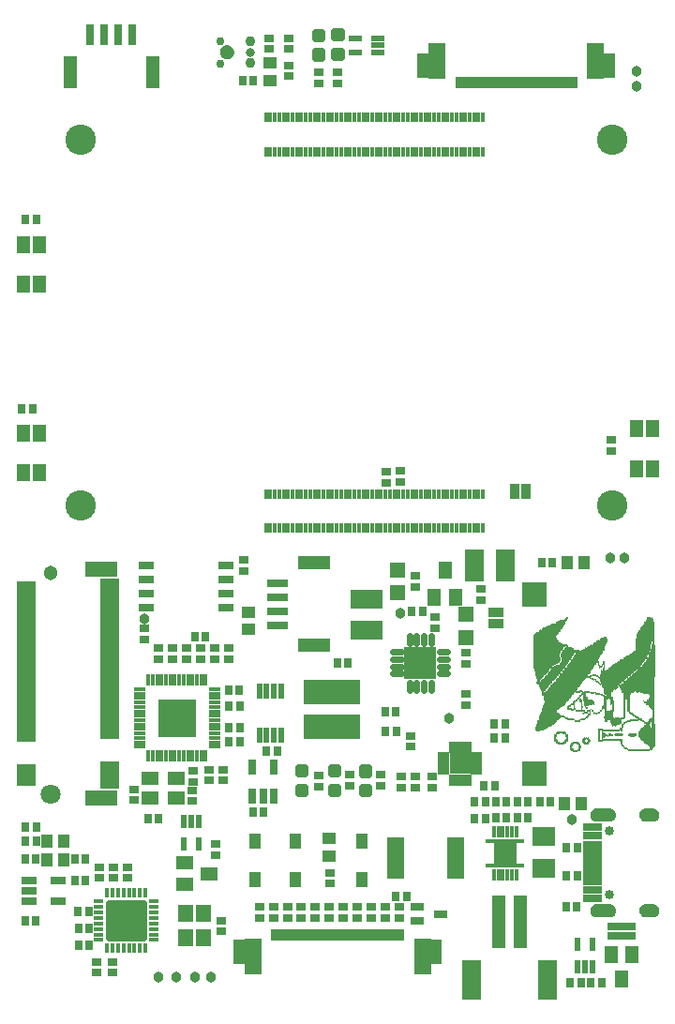
<source format=gbr>
G04 EAGLE Gerber RS-274X export*
G75*
%MOMM*%
%FSLAX34Y34*%
%LPD*%
%INSoldermask Top*%
%IPPOS*%
%AMOC8*
5,1,8,0,0,1.08239X$1,22.5*%
G01*
%ADD10R,0.050800X1.981200*%
%ADD11R,0.050800X2.844800*%
%ADD12R,0.050800X11.328400*%
%ADD13R,0.050800X11.684000*%
%ADD14R,0.050800X2.946400*%
%ADD15R,0.050800X5.892800*%
%ADD16R,0.050800X2.032000*%
%ADD17R,0.050800X0.406400*%
%ADD18R,0.050800X2.184400*%
%ADD19R,0.050800X5.435600*%
%ADD20R,0.050800X2.438400*%
%ADD21R,0.050800X2.082800*%
%ADD22R,0.050800X5.130800*%
%ADD23R,0.050800X2.692400*%
%ADD24R,0.050800X0.304800*%
%ADD25R,0.050800X4.876800*%
%ADD26R,0.050800X2.997200*%
%ADD27R,0.050800X0.101600*%
%ADD28R,0.050800X1.828800*%
%ADD29R,0.050800X0.355600*%
%ADD30R,0.050800X0.914400*%
%ADD31R,0.050800X3.810000*%
%ADD32R,0.050800X2.286000*%
%ADD33R,0.050800X0.762000*%
%ADD34R,0.050800X3.505200*%
%ADD35R,0.050800X3.149600*%
%ADD36R,0.050800X0.152400*%
%ADD37R,0.050800X2.133600*%
%ADD38R,0.050800X0.558800*%
%ADD39R,0.050800X3.302000*%
%ADD40R,0.050800X3.352800*%
%ADD41R,0.050800X3.251200*%
%ADD42R,0.050800X1.930400*%
%ADD43R,0.050800X3.098800*%
%ADD44R,0.050800X3.403600*%
%ADD45R,0.050800X1.625600*%
%ADD46R,0.050800X2.895600*%
%ADD47R,0.050800X1.473200*%
%ADD48R,0.050800X2.743200*%
%ADD49R,0.050800X1.422400*%
%ADD50R,0.050800X0.050800*%
%ADD51R,0.050800X1.270000*%
%ADD52R,0.050800X0.203200*%
%ADD53R,0.050800X1.219200*%
%ADD54R,0.050800X2.590800*%
%ADD55R,0.050800X1.117600*%
%ADD56R,0.050800X1.016000*%
%ADD57R,0.050800X0.254000*%
%ADD58R,0.050800X2.336800*%
%ADD59R,0.050800X0.812800*%
%ADD60R,0.050800X0.660400*%
%ADD61R,0.050800X0.508000*%
%ADD62R,0.050800X1.879600*%
%ADD63R,0.050800X1.727200*%
%ADD64R,0.050800X2.489200*%
%ADD65R,0.050800X1.676400*%
%ADD66R,0.050800X1.778000*%
%ADD67R,0.050800X1.574800*%
%ADD68R,0.050800X1.168400*%
%ADD69R,0.050800X0.609600*%
%ADD70R,0.050800X0.457200*%
%ADD71R,0.050800X2.387600*%
%ADD72R,0.050800X0.711200*%
%ADD73R,0.050800X0.965200*%
%ADD74R,0.050800X1.320800*%
%ADD75R,0.050800X0.863600*%
%ADD76R,0.050800X2.794000*%
%ADD77R,0.050800X2.235200*%
%ADD78R,0.050800X1.066800*%
%ADD79R,0.050800X1.371600*%
%ADD80R,0.050800X1.524000*%
%ADD81R,0.050800X3.048000*%
%ADD82R,0.050800X3.200400*%
%ADD83R,0.050800X3.708400*%
%ADD84R,0.050800X3.759200*%
%ADD85R,0.050800X3.657600*%
%ADD86R,0.050800X3.911600*%
%ADD87R,0.050800X3.860800*%
%ADD88R,0.050800X3.606800*%
%ADD89R,0.050800X3.962400*%
%ADD90R,0.050800X4.013200*%
%ADD91R,0.050800X3.454400*%
%ADD92R,0.050800X4.114800*%
%ADD93R,0.050800X4.165600*%
%ADD94R,0.050800X4.216400*%
%ADD95R,0.050800X4.318000*%
%ADD96R,0.050800X4.368800*%
%ADD97R,0.050800X4.419600*%
%ADD98R,0.050800X4.470400*%
%ADD99R,0.050800X4.521200*%
%ADD100R,0.050800X4.572000*%
%ADD101R,0.050800X4.622800*%
%ADD102R,0.050800X4.775200*%
%ADD103R,0.763200X0.832300*%
%ADD104R,0.832300X0.763200*%
%ADD105R,1.173400X1.124100*%
%ADD106R,2.903200X1.803200*%
%ADD107C,0.505344*%
%ADD108R,1.003200X1.353200*%
%ADD109C,0.965200*%
%ADD110R,1.653200X0.503200*%
%ADD111R,1.653200X0.803200*%
%ADD112R,1.653200X0.753200*%
%ADD113C,0.853200*%
%ADD114R,1.203200X4.803200*%
%ADD115R,1.803200X3.603200*%
%ADD116R,5.203200X2.203200*%
%ADD117R,1.603200X3.763200*%
%ADD118R,1.403200X1.403200*%
%ADD119R,2.203200X2.203200*%
%ADD120R,1.253200X0.703200*%
%ADD121R,0.847200X0.738300*%
%ADD122R,0.738300X0.847200*%
%ADD123R,2.003200X1.803200*%
%ADD124R,0.403200X0.903200*%
%ADD125C,2.753200*%
%ADD126R,1.473200X0.838200*%
%ADD127R,0.838200X1.473200*%
%ADD128R,1.203200X1.603200*%
%ADD129R,2.903200X2.903200*%
%ADD130C,0.553200*%
%ADD131C,1.111200*%
%ADD132R,1.219200X0.558800*%
%ADD133R,0.403200X1.053200*%
%ADD134R,2.153200X2.153200*%
%ADD135R,1.203200X0.453200*%
%ADD136R,3.500000X0.450000*%
%ADD137R,1.053200X0.483200*%
%ADD138R,0.483200X1.053200*%
%ADD139R,1.903200X1.903200*%
%ADD140R,0.503200X1.003200*%
%ADD141R,1.503200X3.253200*%
%ADD142C,0.555478*%
%ADD143R,0.350000X0.900000*%
%ADD144R,0.900000X0.350000*%
%ADD145R,1.403200X1.603200*%
%ADD146R,0.609600X1.422400*%
%ADD147R,1.903200X0.803200*%
%ADD148R,3.003200X1.203200*%
%ADD149R,1.403200X0.753200*%
%ADD150R,1.016000X0.381000*%
%ADD151R,0.381000X1.016000*%
%ADD152R,3.403600X3.403600*%
%ADD153R,0.753200X1.403200*%
%ADD154R,1.503200X1.253200*%
%ADD155C,0.320000*%
%ADD156C,0.815200*%
%ADD157C,0.926200*%
%ADD158C,0.765200*%
%ADD159C,0.553200*%
%ADD160R,1.253200X1.603200*%
%ADD161R,0.558800X1.219200*%
%ADD162R,0.503200X0.753200*%
%ADD163R,0.603200X0.753200*%
%ADD164R,0.803200X1.903200*%
%ADD165R,1.203200X3.003200*%
%ADD166R,1.603200X1.203200*%
%ADD167R,1.422400X0.685800*%
%ADD168R,1.103200X1.173400*%
%ADD169R,1.135800X1.173400*%
%ADD170R,1.173400X1.103200*%
%ADD171R,1.173400X1.135800*%
%ADD172R,1.753200X0.503200*%
%ADD173C,1.303200*%
%ADD174C,1.803200*%
%ADD175R,2.953200X1.403200*%
%ADD176R,1.803200X2.903200*%

G36*
X393172Y881845D02*
X393172Y881845D01*
X393174Y881844D01*
X393217Y881864D01*
X393261Y881882D01*
X393261Y881884D01*
X393263Y881885D01*
X393296Y881970D01*
X393296Y903970D01*
X393295Y903972D01*
X393296Y903974D01*
X393276Y904017D01*
X393258Y904061D01*
X393256Y904061D01*
X393255Y904063D01*
X393170Y904096D01*
X382170Y904096D01*
X382168Y904095D01*
X382166Y904096D01*
X382123Y904076D01*
X382079Y904058D01*
X382079Y904056D01*
X382077Y904055D01*
X382044Y903970D01*
X382044Y881970D01*
X382045Y881968D01*
X382044Y881966D01*
X382064Y881923D01*
X382082Y881879D01*
X382084Y881879D01*
X382085Y881877D01*
X382170Y881844D01*
X393170Y881844D01*
X393172Y881845D01*
G37*
G36*
X560172Y881845D02*
X560172Y881845D01*
X560174Y881844D01*
X560217Y881864D01*
X560261Y881882D01*
X560261Y881884D01*
X560263Y881885D01*
X560296Y881970D01*
X560296Y903970D01*
X560295Y903972D01*
X560296Y903974D01*
X560276Y904017D01*
X560258Y904061D01*
X560256Y904061D01*
X560255Y904063D01*
X560170Y904096D01*
X549170Y904096D01*
X549168Y904095D01*
X549166Y904096D01*
X549123Y904076D01*
X549079Y904058D01*
X549079Y904056D01*
X549077Y904055D01*
X549044Y903970D01*
X549044Y881970D01*
X549045Y881968D01*
X549044Y881966D01*
X549064Y881923D01*
X549082Y881879D01*
X549084Y881879D01*
X549085Y881877D01*
X549170Y881844D01*
X560170Y881844D01*
X560172Y881845D01*
G37*
G36*
X227002Y82055D02*
X227002Y82055D01*
X227004Y82054D01*
X227047Y82074D01*
X227091Y82092D01*
X227091Y82094D01*
X227093Y82095D01*
X227126Y82180D01*
X227126Y104180D01*
X227125Y104182D01*
X227126Y104184D01*
X227106Y104227D01*
X227088Y104271D01*
X227086Y104271D01*
X227085Y104273D01*
X227000Y104306D01*
X216000Y104306D01*
X215998Y104305D01*
X215996Y104306D01*
X215953Y104286D01*
X215909Y104268D01*
X215909Y104266D01*
X215907Y104265D01*
X215874Y104180D01*
X215874Y82180D01*
X215875Y82178D01*
X215874Y82176D01*
X215894Y82133D01*
X215912Y82089D01*
X215914Y82089D01*
X215915Y82087D01*
X216000Y82054D01*
X227000Y82054D01*
X227002Y82055D01*
G37*
G36*
X404002Y82055D02*
X404002Y82055D01*
X404004Y82054D01*
X404047Y82074D01*
X404091Y82092D01*
X404091Y82094D01*
X404093Y82095D01*
X404126Y82180D01*
X404126Y104180D01*
X404125Y104182D01*
X404126Y104184D01*
X404106Y104227D01*
X404088Y104271D01*
X404086Y104271D01*
X404085Y104273D01*
X404000Y104306D01*
X393000Y104306D01*
X392998Y104305D01*
X392996Y104306D01*
X392953Y104286D01*
X392909Y104268D01*
X392909Y104266D01*
X392907Y104265D01*
X392874Y104180D01*
X392874Y82180D01*
X392875Y82178D01*
X392874Y82176D01*
X392894Y82133D01*
X392912Y82089D01*
X392914Y82089D01*
X392915Y82087D01*
X393000Y82054D01*
X404000Y82054D01*
X404002Y82055D01*
G37*
G36*
X555645Y124214D02*
X555645Y124214D01*
X555648Y124211D01*
X556915Y124416D01*
X556921Y124422D01*
X556926Y124419D01*
X558115Y124901D01*
X558119Y124908D01*
X558125Y124906D01*
X559178Y125640D01*
X559180Y125648D01*
X559186Y125647D01*
X560049Y126597D01*
X560050Y126606D01*
X560055Y126606D01*
X560685Y127725D01*
X560684Y127733D01*
X560690Y127735D01*
X561055Y128965D01*
X561052Y128972D01*
X561056Y128975D01*
X561055Y128975D01*
X561057Y128976D01*
X561139Y130257D01*
X561137Y130261D01*
X561139Y130263D01*
X561057Y131544D01*
X561051Y131550D01*
X561055Y131555D01*
X560690Y132785D01*
X560683Y132790D01*
X560685Y132795D01*
X560055Y133914D01*
X560048Y133917D01*
X560049Y133923D01*
X559186Y134873D01*
X559178Y134874D01*
X559178Y134880D01*
X558125Y135614D01*
X558117Y135614D01*
X558115Y135619D01*
X556926Y136101D01*
X556918Y136099D01*
X556915Y136104D01*
X555648Y136309D01*
X555643Y136306D01*
X555640Y136309D01*
X543640Y136309D01*
X543636Y136306D01*
X543633Y136309D01*
X542353Y136114D01*
X542347Y136108D01*
X542343Y136111D01*
X541139Y135636D01*
X541134Y135629D01*
X541129Y135631D01*
X540061Y134900D01*
X540058Y134893D01*
X540052Y134893D01*
X539173Y133943D01*
X539173Y133935D01*
X539167Y133934D01*
X538522Y132813D01*
X538523Y132804D01*
X538517Y132802D01*
X538138Y131565D01*
X538138Y131563D01*
X538137Y131562D01*
X538140Y131558D01*
X538140Y131557D01*
X538136Y131554D01*
X538041Y130264D01*
X538044Y130259D01*
X538041Y130257D01*
X538108Y129126D01*
X538113Y129121D01*
X538109Y129117D01*
X538396Y128020D01*
X538402Y128016D01*
X538399Y128011D01*
X538894Y126992D01*
X538900Y126989D01*
X538899Y126984D01*
X539583Y126081D01*
X539590Y126079D01*
X539590Y126074D01*
X540437Y125321D01*
X540444Y125321D01*
X540445Y125316D01*
X541422Y124743D01*
X541429Y124744D01*
X541431Y124739D01*
X542502Y124368D01*
X542508Y124371D01*
X542511Y124366D01*
X543633Y124211D01*
X543638Y124214D01*
X543640Y124211D01*
X555640Y124211D01*
X555645Y124214D01*
G37*
G36*
X555645Y210614D02*
X555645Y210614D01*
X555648Y210611D01*
X556915Y210816D01*
X556921Y210822D01*
X556926Y210819D01*
X558115Y211301D01*
X558119Y211308D01*
X558125Y211306D01*
X559178Y212040D01*
X559180Y212048D01*
X559186Y212047D01*
X560049Y212997D01*
X560050Y213006D01*
X560055Y213006D01*
X560685Y214125D01*
X560684Y214133D01*
X560690Y214135D01*
X561055Y215365D01*
X561052Y215372D01*
X561056Y215375D01*
X561055Y215375D01*
X561057Y215376D01*
X561139Y216657D01*
X561137Y216661D01*
X561139Y216663D01*
X561057Y217944D01*
X561051Y217950D01*
X561055Y217955D01*
X560690Y219185D01*
X560683Y219190D01*
X560685Y219195D01*
X560055Y220314D01*
X560048Y220317D01*
X560049Y220323D01*
X559186Y221273D01*
X559178Y221274D01*
X559178Y221280D01*
X558125Y222014D01*
X558117Y222014D01*
X558115Y222019D01*
X556926Y222501D01*
X556918Y222499D01*
X556915Y222504D01*
X555648Y222709D01*
X555643Y222706D01*
X555640Y222709D01*
X543640Y222709D01*
X543636Y222706D01*
X543633Y222709D01*
X542353Y222514D01*
X542347Y222508D01*
X542343Y222511D01*
X541139Y222036D01*
X541134Y222029D01*
X541129Y222031D01*
X540061Y221300D01*
X540058Y221293D01*
X540052Y221293D01*
X539173Y220343D01*
X539173Y220335D01*
X539167Y220334D01*
X538522Y219213D01*
X538523Y219204D01*
X538517Y219202D01*
X538138Y217965D01*
X538138Y217963D01*
X538137Y217962D01*
X538140Y217959D01*
X538140Y217957D01*
X538136Y217954D01*
X538041Y216664D01*
X538044Y216659D01*
X538041Y216657D01*
X538108Y215526D01*
X538113Y215521D01*
X538109Y215517D01*
X538396Y214420D01*
X538402Y214416D01*
X538399Y214411D01*
X538894Y213392D01*
X538900Y213389D01*
X538899Y213384D01*
X539583Y212481D01*
X539590Y212479D01*
X539590Y212474D01*
X540437Y211721D01*
X540444Y211721D01*
X540445Y211716D01*
X541422Y211143D01*
X541429Y211144D01*
X541431Y211139D01*
X542502Y210768D01*
X542508Y210771D01*
X542511Y210766D01*
X543633Y210611D01*
X543638Y210614D01*
X543640Y210611D01*
X555640Y210611D01*
X555645Y210614D01*
G37*
G36*
X594444Y210613D02*
X594444Y210613D01*
X594446Y210611D01*
X595775Y210766D01*
X595781Y210772D01*
X595785Y210769D01*
X597046Y211216D01*
X597051Y211223D01*
X597056Y211221D01*
X598186Y211938D01*
X598189Y211945D01*
X598195Y211944D01*
X599137Y212895D01*
X599138Y212903D01*
X599144Y212903D01*
X599851Y214039D01*
X599851Y214044D01*
X599852Y214045D01*
X599851Y214047D01*
X599856Y214049D01*
X600292Y215314D01*
X600290Y215322D01*
X600295Y215325D01*
X600439Y216655D01*
X600435Y216661D01*
X600439Y216665D01*
X600329Y217831D01*
X600324Y217836D01*
X600327Y217840D01*
X599992Y218963D01*
X599986Y218967D01*
X599988Y218971D01*
X599440Y220007D01*
X599434Y220010D01*
X599435Y220015D01*
X598696Y220923D01*
X598689Y220925D01*
X598689Y220930D01*
X597787Y221677D01*
X597780Y221677D01*
X597779Y221683D01*
X596748Y222239D01*
X596741Y222238D01*
X596739Y222243D01*
X595620Y222587D01*
X595613Y222585D01*
X595610Y222589D01*
X594445Y222709D01*
X594442Y222707D01*
X594440Y222709D01*
X588440Y222709D01*
X588437Y222707D01*
X588435Y222709D01*
X587259Y222598D01*
X587254Y222593D01*
X587250Y222596D01*
X586118Y222258D01*
X586114Y222252D01*
X586109Y222254D01*
X585065Y221702D01*
X585062Y221695D01*
X585057Y221697D01*
X584141Y220951D01*
X584140Y220944D01*
X584134Y220944D01*
X583381Y220035D01*
X583381Y220027D01*
X583376Y220027D01*
X582815Y218987D01*
X582816Y218980D01*
X582811Y218978D01*
X582464Y217849D01*
X582466Y217843D01*
X582462Y217840D01*
X582341Y216665D01*
X582345Y216658D01*
X582341Y216654D01*
X582498Y215314D01*
X582503Y215308D01*
X582500Y215303D01*
X582951Y214032D01*
X582958Y214027D01*
X582956Y214022D01*
X583678Y212883D01*
X583686Y212880D01*
X583685Y212874D01*
X584643Y211924D01*
X584651Y211923D01*
X584652Y211917D01*
X585797Y211204D01*
X585806Y211205D01*
X585807Y211199D01*
X587083Y210759D01*
X587090Y210761D01*
X587092Y210759D01*
X587093Y210757D01*
X588435Y210611D01*
X588438Y210613D01*
X588440Y210611D01*
X594440Y210611D01*
X594444Y210613D01*
G37*
G36*
X594444Y124213D02*
X594444Y124213D01*
X594446Y124211D01*
X595775Y124366D01*
X595781Y124372D01*
X595785Y124369D01*
X597046Y124816D01*
X597051Y124823D01*
X597056Y124821D01*
X598186Y125538D01*
X598189Y125545D01*
X598195Y125544D01*
X599137Y126495D01*
X599138Y126503D01*
X599144Y126503D01*
X599851Y127639D01*
X599851Y127644D01*
X599852Y127645D01*
X599850Y127647D01*
X599856Y127649D01*
X600292Y128914D01*
X600290Y128922D01*
X600295Y128925D01*
X600439Y130255D01*
X600435Y130261D01*
X600439Y130265D01*
X600329Y131431D01*
X600324Y131436D01*
X600327Y131440D01*
X599992Y132563D01*
X599986Y132567D01*
X599988Y132571D01*
X599440Y133607D01*
X599434Y133610D01*
X599435Y133615D01*
X598696Y134523D01*
X598689Y134525D01*
X598689Y134530D01*
X597787Y135277D01*
X597780Y135277D01*
X597779Y135283D01*
X596748Y135839D01*
X596741Y135838D01*
X596739Y135843D01*
X595620Y136187D01*
X595613Y136185D01*
X595610Y136189D01*
X594445Y136309D01*
X594442Y136307D01*
X594440Y136309D01*
X588440Y136309D01*
X588437Y136307D01*
X588435Y136309D01*
X587259Y136198D01*
X587254Y136193D01*
X587250Y136196D01*
X586118Y135858D01*
X586114Y135852D01*
X586109Y135854D01*
X585065Y135302D01*
X585062Y135295D01*
X585057Y135297D01*
X584141Y134551D01*
X584140Y134544D01*
X584134Y134544D01*
X583381Y133635D01*
X583381Y133627D01*
X583376Y133627D01*
X582815Y132587D01*
X582816Y132580D01*
X582811Y132578D01*
X582464Y131449D01*
X582466Y131443D01*
X582462Y131440D01*
X582341Y130265D01*
X582345Y130258D01*
X582341Y130254D01*
X582498Y128914D01*
X582503Y128908D01*
X582500Y128903D01*
X582951Y127632D01*
X582958Y127627D01*
X582956Y127622D01*
X583678Y126483D01*
X583686Y126480D01*
X583685Y126474D01*
X584643Y125524D01*
X584651Y125523D01*
X584652Y125517D01*
X585797Y124804D01*
X585806Y124805D01*
X585807Y124799D01*
X587083Y124359D01*
X587090Y124361D01*
X587092Y124359D01*
X587093Y124357D01*
X588435Y124211D01*
X588438Y124213D01*
X588440Y124211D01*
X594440Y124211D01*
X594444Y124213D01*
G37*
G36*
X558422Y112485D02*
X558422Y112485D01*
X558424Y112484D01*
X558467Y112504D01*
X558511Y112522D01*
X558511Y112524D01*
X558513Y112525D01*
X558546Y112610D01*
X558546Y119110D01*
X558545Y119112D01*
X558546Y119114D01*
X558526Y119157D01*
X558508Y119201D01*
X558506Y119201D01*
X558505Y119203D01*
X558420Y119236D01*
X554420Y119236D01*
X554418Y119235D01*
X554416Y119236D01*
X554373Y119216D01*
X554329Y119198D01*
X554329Y119196D01*
X554327Y119195D01*
X554294Y119110D01*
X554294Y112610D01*
X554295Y112608D01*
X554294Y112606D01*
X554314Y112563D01*
X554332Y112519D01*
X554334Y112519D01*
X554335Y112517D01*
X554420Y112484D01*
X558420Y112484D01*
X558422Y112485D01*
G37*
G36*
X578422Y112485D02*
X578422Y112485D01*
X578424Y112484D01*
X578467Y112504D01*
X578511Y112522D01*
X578511Y112524D01*
X578513Y112525D01*
X578546Y112610D01*
X578546Y119110D01*
X578545Y119112D01*
X578546Y119114D01*
X578526Y119157D01*
X578508Y119201D01*
X578506Y119201D01*
X578505Y119203D01*
X578420Y119236D01*
X574420Y119236D01*
X574418Y119235D01*
X574416Y119236D01*
X574373Y119216D01*
X574329Y119198D01*
X574329Y119196D01*
X574327Y119195D01*
X574294Y119110D01*
X574294Y112610D01*
X574295Y112608D01*
X574294Y112606D01*
X574314Y112563D01*
X574332Y112519D01*
X574334Y112519D01*
X574335Y112517D01*
X574420Y112484D01*
X578420Y112484D01*
X578422Y112485D01*
G37*
G36*
X573422Y112485D02*
X573422Y112485D01*
X573424Y112484D01*
X573467Y112504D01*
X573511Y112522D01*
X573511Y112524D01*
X573513Y112525D01*
X573546Y112610D01*
X573546Y119110D01*
X573545Y119112D01*
X573546Y119114D01*
X573526Y119157D01*
X573508Y119201D01*
X573506Y119201D01*
X573505Y119203D01*
X573420Y119236D01*
X569420Y119236D01*
X569418Y119235D01*
X569416Y119236D01*
X569373Y119216D01*
X569329Y119198D01*
X569329Y119196D01*
X569327Y119195D01*
X569294Y119110D01*
X569294Y112610D01*
X569295Y112608D01*
X569294Y112606D01*
X569314Y112563D01*
X569332Y112519D01*
X569334Y112519D01*
X569335Y112517D01*
X569420Y112484D01*
X573420Y112484D01*
X573422Y112485D01*
G37*
G36*
X563422Y104285D02*
X563422Y104285D01*
X563424Y104284D01*
X563467Y104304D01*
X563511Y104322D01*
X563511Y104324D01*
X563513Y104325D01*
X563546Y104410D01*
X563546Y110910D01*
X563545Y110912D01*
X563546Y110914D01*
X563526Y110957D01*
X563508Y111001D01*
X563506Y111001D01*
X563505Y111003D01*
X563420Y111036D01*
X559420Y111036D01*
X559418Y111035D01*
X559416Y111036D01*
X559373Y111016D01*
X559329Y110998D01*
X559329Y110996D01*
X559327Y110995D01*
X559294Y110910D01*
X559294Y104410D01*
X559295Y104408D01*
X559294Y104406D01*
X559314Y104363D01*
X559332Y104319D01*
X559334Y104319D01*
X559335Y104317D01*
X559420Y104284D01*
X563420Y104284D01*
X563422Y104285D01*
G37*
G36*
X558422Y104285D02*
X558422Y104285D01*
X558424Y104284D01*
X558467Y104304D01*
X558511Y104322D01*
X558511Y104324D01*
X558513Y104325D01*
X558546Y104410D01*
X558546Y110910D01*
X558545Y110912D01*
X558546Y110914D01*
X558526Y110957D01*
X558508Y111001D01*
X558506Y111001D01*
X558505Y111003D01*
X558420Y111036D01*
X554420Y111036D01*
X554418Y111035D01*
X554416Y111036D01*
X554373Y111016D01*
X554329Y110998D01*
X554329Y110996D01*
X554327Y110995D01*
X554294Y110910D01*
X554294Y104410D01*
X554295Y104408D01*
X554294Y104406D01*
X554314Y104363D01*
X554332Y104319D01*
X554334Y104319D01*
X554335Y104317D01*
X554420Y104284D01*
X558420Y104284D01*
X558422Y104285D01*
G37*
G36*
X578422Y104285D02*
X578422Y104285D01*
X578424Y104284D01*
X578467Y104304D01*
X578511Y104322D01*
X578511Y104324D01*
X578513Y104325D01*
X578546Y104410D01*
X578546Y110910D01*
X578545Y110912D01*
X578546Y110914D01*
X578526Y110957D01*
X578508Y111001D01*
X578506Y111001D01*
X578505Y111003D01*
X578420Y111036D01*
X574420Y111036D01*
X574418Y111035D01*
X574416Y111036D01*
X574373Y111016D01*
X574329Y110998D01*
X574329Y110996D01*
X574327Y110995D01*
X574294Y110910D01*
X574294Y104410D01*
X574295Y104408D01*
X574294Y104406D01*
X574314Y104363D01*
X574332Y104319D01*
X574334Y104319D01*
X574335Y104317D01*
X574420Y104284D01*
X578420Y104284D01*
X578422Y104285D01*
G37*
G36*
X573422Y104285D02*
X573422Y104285D01*
X573424Y104284D01*
X573467Y104304D01*
X573511Y104322D01*
X573511Y104324D01*
X573513Y104325D01*
X573546Y104410D01*
X573546Y110910D01*
X573545Y110912D01*
X573546Y110914D01*
X573526Y110957D01*
X573508Y111001D01*
X573506Y111001D01*
X573505Y111003D01*
X573420Y111036D01*
X569420Y111036D01*
X569418Y111035D01*
X569416Y111036D01*
X569373Y111016D01*
X569329Y110998D01*
X569329Y110996D01*
X569327Y110995D01*
X569294Y110910D01*
X569294Y104410D01*
X569295Y104408D01*
X569294Y104406D01*
X569314Y104363D01*
X569332Y104319D01*
X569334Y104319D01*
X569335Y104317D01*
X569420Y104284D01*
X573420Y104284D01*
X573422Y104285D01*
G37*
G36*
X568422Y104285D02*
X568422Y104285D01*
X568424Y104284D01*
X568467Y104304D01*
X568511Y104322D01*
X568511Y104324D01*
X568513Y104325D01*
X568546Y104410D01*
X568546Y110910D01*
X568545Y110912D01*
X568546Y110914D01*
X568526Y110957D01*
X568508Y111001D01*
X568506Y111001D01*
X568505Y111003D01*
X568420Y111036D01*
X564420Y111036D01*
X564418Y111035D01*
X564416Y111036D01*
X564373Y111016D01*
X564329Y110998D01*
X564329Y110996D01*
X564327Y110995D01*
X564294Y110910D01*
X564294Y104410D01*
X564295Y104408D01*
X564294Y104406D01*
X564314Y104363D01*
X564332Y104319D01*
X564334Y104319D01*
X564335Y104317D01*
X564420Y104284D01*
X568420Y104284D01*
X568422Y104285D01*
G37*
G36*
X563422Y112485D02*
X563422Y112485D01*
X563424Y112484D01*
X563467Y112504D01*
X563511Y112522D01*
X563511Y112524D01*
X563513Y112525D01*
X563546Y112610D01*
X563546Y119110D01*
X563545Y119112D01*
X563546Y119114D01*
X563526Y119157D01*
X563508Y119201D01*
X563506Y119201D01*
X563505Y119203D01*
X563420Y119236D01*
X559420Y119236D01*
X559418Y119235D01*
X559416Y119236D01*
X559373Y119216D01*
X559329Y119198D01*
X559329Y119196D01*
X559327Y119195D01*
X559294Y119110D01*
X559294Y112610D01*
X559295Y112608D01*
X559294Y112606D01*
X559314Y112563D01*
X559332Y112519D01*
X559334Y112519D01*
X559335Y112517D01*
X559420Y112484D01*
X563420Y112484D01*
X563422Y112485D01*
G37*
G36*
X568422Y112485D02*
X568422Y112485D01*
X568424Y112484D01*
X568467Y112504D01*
X568511Y112522D01*
X568511Y112524D01*
X568513Y112525D01*
X568546Y112610D01*
X568546Y119110D01*
X568545Y119112D01*
X568546Y119114D01*
X568526Y119157D01*
X568508Y119201D01*
X568506Y119201D01*
X568505Y119203D01*
X568420Y119236D01*
X564420Y119236D01*
X564418Y119235D01*
X564416Y119236D01*
X564373Y119216D01*
X564329Y119198D01*
X564329Y119196D01*
X564327Y119195D01*
X564294Y119110D01*
X564294Y112610D01*
X564295Y112608D01*
X564294Y112606D01*
X564314Y112563D01*
X564332Y112519D01*
X564334Y112519D01*
X564335Y112517D01*
X564420Y112484D01*
X568420Y112484D01*
X568422Y112485D01*
G37*
D10*
X596392Y289052D03*
D11*
X596392Y355854D03*
D12*
X595884Y334772D03*
D13*
X595376Y335026D03*
X594868Y335026D03*
D14*
X594360Y290830D03*
D15*
X594360Y341122D03*
D16*
X594360Y383286D03*
D10*
X593852Y285496D03*
D17*
X593852Y303530D03*
D15*
X593852Y341122D03*
D18*
X593852Y384048D03*
D16*
X593344Y285242D03*
D17*
X593344Y302514D03*
D19*
X593344Y339344D03*
D20*
X593344Y382778D03*
D21*
X592836Y285496D03*
D17*
X592836Y302006D03*
D22*
X592836Y338836D03*
D23*
X592836Y381508D03*
D18*
X592328Y286004D03*
D24*
X592328Y300990D03*
D25*
X592328Y338074D03*
D26*
X592328Y379984D03*
D27*
X591820Y275590D03*
D28*
X591820Y288290D03*
D29*
X591820Y300736D03*
D30*
X591820Y318262D03*
D31*
X591820Y343408D03*
D26*
X591820Y379984D03*
D27*
X591312Y275590D03*
D32*
X591312Y291084D03*
D33*
X591312Y318008D03*
D34*
X591312Y342900D03*
D35*
X591312Y379222D03*
D36*
X590804Y275336D03*
D37*
X590804Y290830D03*
D38*
X590804Y318008D03*
D39*
X590804Y342392D03*
D40*
X590804Y378206D03*
D36*
X590296Y275336D03*
D10*
X590296Y290576D03*
D38*
X590296Y318008D03*
D41*
X590296Y342646D03*
D40*
X590296Y378206D03*
D36*
X589788Y275336D03*
D42*
X589788Y290322D03*
D17*
X589788Y317754D03*
D35*
X589788Y342138D03*
D39*
X589788Y376936D03*
D36*
X589280Y275336D03*
D42*
X589280Y290322D03*
D24*
X589280Y317754D03*
D43*
X589280Y341376D03*
D44*
X589280Y375920D03*
D27*
X588772Y275082D03*
D10*
X588772Y290576D03*
D36*
X588772Y318008D03*
D14*
X588772Y340614D03*
D44*
X588772Y374396D03*
D27*
X588264Y275082D03*
D45*
X588264Y289306D03*
D36*
X588264Y299720D03*
X588264Y318008D03*
D14*
X588264Y340614D03*
D44*
X588264Y374396D03*
D27*
X587756Y275082D03*
D45*
X587756Y289306D03*
D36*
X587756Y299720D03*
X587756Y318008D03*
D46*
X587756Y340360D03*
D44*
X587756Y373888D03*
D36*
X587248Y274828D03*
D47*
X587248Y289560D03*
D27*
X587248Y300482D03*
D36*
X587248Y318516D03*
D48*
X587248Y340106D03*
D44*
X587248Y372364D03*
D36*
X586740Y274828D03*
D49*
X586740Y289306D03*
D36*
X586740Y301244D03*
D50*
X586740Y319024D03*
D23*
X586740Y339852D03*
D40*
X586740Y371602D03*
D36*
X586232Y274828D03*
D51*
X586232Y289560D03*
D52*
X586232Y301498D03*
D50*
X586232Y319024D03*
D23*
X586232Y339852D03*
D40*
X586232Y371602D03*
D36*
X585724Y274828D03*
D53*
X585724Y289306D03*
D52*
X585724Y301498D03*
D54*
X585724Y339344D03*
D44*
X585724Y370840D03*
D36*
X585216Y274828D03*
D55*
X585216Y289306D03*
D52*
X585216Y302006D03*
D20*
X585216Y339090D03*
D39*
X585216Y369824D03*
D36*
X584708Y274828D03*
D56*
X584708Y289306D03*
D57*
X584708Y302260D03*
D58*
X584708Y338582D03*
D44*
X584708Y368808D03*
D36*
X584200Y274828D03*
D56*
X584200Y289306D03*
D57*
X584200Y302260D03*
D58*
X584200Y338582D03*
D44*
X584200Y368808D03*
D36*
X583692Y274828D03*
D59*
X583692Y289306D03*
D36*
X583692Y302768D03*
D32*
X583692Y338328D03*
D44*
X583692Y368300D03*
D36*
X583184Y274828D03*
D60*
X583184Y289560D03*
D52*
X583184Y303022D03*
D18*
X583184Y338328D03*
D40*
X583184Y367030D03*
D36*
X582676Y274828D03*
D61*
X582676Y289814D03*
D52*
X582676Y303022D03*
D37*
X582676Y338582D03*
D40*
X582676Y367030D03*
D36*
X582168Y274828D03*
D17*
X582168Y289814D03*
D57*
X582168Y303276D03*
D16*
X582168Y338074D03*
D40*
X582168Y366522D03*
D36*
X581660Y274828D03*
D27*
X581660Y302514D03*
X581660Y304038D03*
D10*
X581660Y337820D03*
D41*
X581660Y365506D03*
D36*
X581152Y274828D03*
D27*
X581152Y302514D03*
D36*
X581152Y304800D03*
D10*
X581152Y337312D03*
D35*
X581152Y363982D03*
D36*
X580644Y274828D03*
D27*
X580644Y302514D03*
D36*
X580644Y304800D03*
D10*
X580644Y337312D03*
D35*
X580644Y363982D03*
D36*
X580136Y274828D03*
D52*
X580136Y289306D03*
D27*
X580136Y302514D03*
D52*
X580136Y305054D03*
D62*
X580136Y336804D03*
D11*
X580136Y361950D03*
D36*
X579628Y274828D03*
D57*
X579628Y289052D03*
D27*
X579628Y302514D03*
D36*
X579628Y305308D03*
D63*
X579628Y337058D03*
D64*
X579628Y359664D03*
D36*
X579120Y274828D03*
D57*
X579120Y289052D03*
D27*
X579120Y302514D03*
X579120Y306070D03*
D63*
X579120Y337058D03*
D42*
X579120Y355854D03*
D36*
X578612Y274828D03*
D57*
X578612Y289052D03*
D27*
X578612Y302514D03*
X578612Y306070D03*
D63*
X578612Y337058D03*
D42*
X578612Y355854D03*
D36*
X578104Y274828D03*
D17*
X578104Y288798D03*
D27*
X578104Y302514D03*
D36*
X578104Y306832D03*
D45*
X578104Y336550D03*
D28*
X578104Y355346D03*
D36*
X577596Y274828D03*
D17*
X577596Y288798D03*
D27*
X577596Y302514D03*
D36*
X577596Y306832D03*
D65*
X577596Y335788D03*
D66*
X577596Y354584D03*
D36*
X577088Y274828D03*
D17*
X577088Y288798D03*
D27*
X577088Y302514D03*
D36*
X577088Y307340D03*
D45*
X577088Y335534D03*
D28*
X577088Y353822D03*
D36*
X576580Y274828D03*
D17*
X576580Y288798D03*
D27*
X576580Y302514D03*
D36*
X576580Y307340D03*
D45*
X576580Y335534D03*
D28*
X576580Y353822D03*
D36*
X576072Y274828D03*
D29*
X576072Y289052D03*
D27*
X576072Y302514D03*
X576072Y308102D03*
D67*
X576072Y334772D03*
D62*
X576072Y353568D03*
D36*
X575564Y275336D03*
D29*
X575564Y289052D03*
D52*
X575564Y302006D03*
X575564Y308610D03*
D67*
X575564Y334264D03*
D62*
X575564Y353060D03*
D36*
X575056Y275336D03*
D29*
X575056Y289052D03*
D52*
X575056Y302006D03*
X575056Y308610D03*
D67*
X575056Y334264D03*
D62*
X575056Y353060D03*
D36*
X574548Y275336D03*
D29*
X574548Y289052D03*
D36*
X574548Y301752D03*
X574548Y308864D03*
D45*
X574548Y333502D03*
D10*
X574548Y352552D03*
D36*
X574040Y275336D03*
D57*
X574040Y288544D03*
D36*
X574040Y301752D03*
X574040Y309372D03*
D16*
X574040Y331470D03*
D62*
X574040Y352044D03*
D36*
X573532Y275336D03*
D27*
X573532Y288798D03*
D52*
X573532Y301498D03*
D43*
X573532Y325120D03*
D62*
X573532Y351536D03*
D36*
X573024Y275336D03*
D27*
X573024Y288798D03*
D52*
X573024Y301498D03*
D43*
X573024Y325120D03*
D62*
X573024Y351536D03*
D36*
X572516Y276352D03*
X572516Y301244D03*
D26*
X572516Y325120D03*
D42*
X572516Y351282D03*
D36*
X572008Y276352D03*
X572008Y301244D03*
D17*
X572008Y312674D03*
D10*
X572008Y329692D03*
X572008Y350520D03*
D52*
X571500Y276606D03*
D27*
X571500Y300482D03*
D66*
X571500Y329692D03*
D16*
X571500Y350266D03*
D52*
X570992Y276606D03*
D27*
X570992Y300482D03*
D66*
X570992Y329692D03*
D16*
X570992Y350266D03*
D36*
X570484Y276860D03*
D27*
X570484Y300482D03*
D63*
X570484Y329438D03*
D10*
X570484Y349504D03*
D52*
X569976Y277114D03*
D36*
X569976Y299720D03*
D40*
X569976Y321310D03*
D16*
X569976Y348742D03*
D52*
X569468Y277114D03*
D36*
X569468Y299720D03*
D39*
X569468Y320548D03*
D16*
X569468Y348742D03*
D27*
X568960Y277622D03*
D52*
X568960Y299466D03*
D39*
X568960Y320548D03*
D16*
X568960Y348742D03*
D52*
X568452Y278638D03*
D57*
X568452Y298704D03*
D27*
X568452Y304038D03*
D68*
X568452Y330708D03*
D10*
X568452Y347980D03*
D52*
X567944Y279146D03*
D50*
X567944Y288544D03*
D29*
X567944Y297180D03*
D27*
X567944Y304038D03*
D30*
X567944Y331470D03*
D21*
X567944Y347472D03*
D52*
X567436Y279146D03*
D36*
X567436Y281940D03*
X567436Y288544D03*
D61*
X567436Y296418D03*
D27*
X567436Y304038D03*
D30*
X567436Y331470D03*
D21*
X567436Y347472D03*
D69*
X566928Y282194D03*
D57*
X566928Y288544D03*
D69*
X566928Y295402D03*
D27*
X566928Y304038D03*
D60*
X566928Y331724D03*
D21*
X566928Y346964D03*
D61*
X566420Y282702D03*
D57*
X566420Y288544D03*
D29*
X566420Y294132D03*
D70*
X566420Y302260D03*
D61*
X566420Y331978D03*
D21*
X566420Y346456D03*
D17*
X565912Y283210D03*
D57*
X565912Y288544D03*
D29*
X565912Y294132D03*
D38*
X565912Y301752D03*
D29*
X565912Y332740D03*
D18*
X565912Y345948D03*
D57*
X565404Y283972D03*
X565404Y288544D03*
X565404Y293624D03*
D38*
X565404Y301752D03*
D29*
X565404Y332740D03*
D18*
X565404Y345948D03*
D52*
X564896Y284226D03*
D57*
X564896Y288544D03*
D36*
X564896Y293116D03*
D69*
X564896Y301498D03*
D27*
X564896Y333502D03*
D21*
X564896Y345440D03*
D52*
X564388Y284226D03*
D57*
X564388Y288544D03*
D36*
X564388Y293116D03*
D60*
X564388Y301244D03*
D21*
X564388Y344932D03*
D52*
X563880Y284226D03*
D57*
X563880Y288544D03*
D36*
X563880Y293116D03*
D60*
X563880Y301244D03*
D50*
X563880Y332232D03*
D37*
X563880Y344678D03*
D52*
X563372Y284226D03*
D57*
X563372Y288544D03*
D36*
X563372Y293116D03*
D60*
X563372Y301244D03*
D50*
X563372Y332232D03*
D37*
X563372Y344678D03*
D52*
X562864Y284226D03*
D57*
X562864Y288544D03*
D36*
X562864Y293116D03*
D60*
X562864Y301244D03*
D36*
X562864Y331724D03*
D18*
X562864Y343916D03*
D52*
X562356Y284226D03*
D57*
X562356Y288544D03*
D27*
X562356Y292862D03*
D33*
X562356Y300736D03*
D27*
X562356Y331470D03*
D37*
X562356Y343154D03*
D36*
X561848Y284480D03*
D57*
X561848Y288544D03*
D27*
X561848Y292862D03*
D33*
X561848Y300736D03*
D27*
X561848Y331470D03*
D37*
X561848Y343154D03*
D36*
X561340Y284480D03*
D57*
X561340Y288544D03*
D27*
X561340Y292862D03*
D59*
X561340Y300482D03*
D50*
X561340Y330708D03*
D18*
X561340Y342900D03*
D36*
X560832Y284480D03*
X560832Y288544D03*
D27*
X560832Y292862D03*
D33*
X560832Y300228D03*
D71*
X560832Y341376D03*
D36*
X560324Y284480D03*
D50*
X560324Y288544D03*
D27*
X560324Y292862D03*
D72*
X560324Y300482D03*
D32*
X560324Y340868D03*
D36*
X559816Y284480D03*
D27*
X559816Y292862D03*
D72*
X559816Y300482D03*
D32*
X559816Y340868D03*
D36*
X559308Y284480D03*
D27*
X559308Y292862D03*
D33*
X559308Y300228D03*
D73*
X559308Y314960D03*
D32*
X559308Y340360D03*
D36*
X558800Y284480D03*
D27*
X558800Y292862D03*
D64*
X558800Y309372D03*
D58*
X558800Y340106D03*
D36*
X558292Y284480D03*
X558292Y288544D03*
D27*
X558292Y292862D03*
D74*
X558292Y304546D03*
D72*
X558292Y319786D03*
D71*
X558292Y339344D03*
D36*
X557784Y284480D03*
X557784Y288544D03*
D27*
X557784Y292862D03*
D74*
X557784Y304546D03*
D72*
X557784Y319786D03*
D71*
X557784Y339344D03*
D36*
X557276Y284480D03*
D57*
X557276Y288544D03*
D27*
X557276Y292862D03*
D55*
X557276Y305562D03*
D59*
X557276Y320294D03*
D58*
X557276Y338582D03*
D36*
X556768Y284480D03*
D57*
X556768Y288544D03*
D27*
X556768Y292862D03*
D75*
X556768Y306832D03*
D41*
X556768Y334010D03*
D36*
X556260Y284480D03*
D57*
X556260Y288544D03*
D27*
X556260Y292862D03*
D75*
X556260Y306832D03*
D46*
X556260Y335280D03*
D36*
X555752Y284480D03*
D57*
X555752Y288544D03*
D27*
X555752Y292862D03*
D75*
X555752Y306832D03*
D46*
X555752Y335280D03*
D36*
X555244Y284480D03*
D57*
X555244Y288544D03*
D27*
X555244Y292862D03*
D75*
X555244Y306832D03*
D76*
X555244Y335280D03*
D36*
X554736Y284480D03*
D27*
X554736Y288290D03*
X554736Y292862D03*
D75*
X554736Y306832D03*
D23*
X554736Y334772D03*
D36*
X554228Y284480D03*
D27*
X554228Y288290D03*
X554228Y292862D03*
D75*
X554228Y306832D03*
D23*
X554228Y334772D03*
D36*
X553720Y284480D03*
D27*
X553720Y292862D03*
D56*
X553720Y306070D03*
D23*
X553720Y334772D03*
D36*
X553212Y284480D03*
D27*
X553212Y288798D03*
X553212Y292862D03*
D56*
X553212Y306070D03*
D52*
X553212Y322326D03*
D58*
X553212Y336042D03*
D17*
X553212Y374650D03*
D36*
X552704Y284480D03*
D27*
X552704Y288798D03*
X552704Y292862D03*
D58*
X552704Y312674D03*
D77*
X552704Y336042D03*
D72*
X552704Y374142D03*
D36*
X552196Y284480D03*
D57*
X552196Y289052D03*
D27*
X552196Y292862D03*
D58*
X552196Y312674D03*
D77*
X552196Y336042D03*
D72*
X552196Y374142D03*
D36*
X551688Y284480D03*
D24*
X551688Y288798D03*
D27*
X551688Y292862D03*
D61*
X551688Y305054D03*
D78*
X551688Y319024D03*
D49*
X551688Y332486D03*
D36*
X551688Y342900D03*
X551688Y346456D03*
D75*
X551688Y373380D03*
D36*
X551180Y284480D03*
D17*
X551180Y288798D03*
D27*
X551180Y292862D03*
D52*
X551180Y305054D03*
D78*
X551180Y319532D03*
D69*
X551180Y329438D03*
D30*
X551180Y350266D03*
D78*
X551180Y372364D03*
D36*
X550672Y284480D03*
D61*
X550672Y288798D03*
D27*
X550672Y292862D03*
D29*
X550672Y313944D03*
D36*
X550672Y324104D03*
D42*
X550672Y340614D03*
D29*
X550672Y353568D03*
D55*
X550672Y371094D03*
D36*
X550164Y284480D03*
D61*
X550164Y288798D03*
D27*
X550164Y292862D03*
D29*
X550164Y313944D03*
D36*
X550164Y324104D03*
D42*
X550164Y340614D03*
D29*
X550164Y353568D03*
D55*
X550164Y371094D03*
X549656Y288798D03*
D57*
X549656Y312928D03*
D50*
X549656Y324612D03*
D47*
X549656Y339852D03*
D52*
X549656Y352298D03*
D53*
X549656Y370586D03*
D55*
X549148Y288798D03*
D52*
X549148Y312166D03*
D27*
X549148Y324866D03*
D79*
X549148Y339344D03*
D36*
X549148Y351028D03*
D74*
X549148Y369570D03*
D27*
X548640Y283718D03*
X548640Y293878D03*
D52*
X548640Y310642D03*
D27*
X548640Y324866D03*
D79*
X548640Y340868D03*
D36*
X548640Y350520D03*
D47*
X548640Y368808D03*
D27*
X548132Y283718D03*
X548132Y293878D03*
D52*
X548132Y310642D03*
D27*
X548132Y324866D03*
D79*
X548132Y340868D03*
D36*
X548132Y350520D03*
D47*
X548132Y368808D03*
D27*
X547624Y283718D03*
X547624Y293878D03*
D36*
X547624Y310388D03*
D50*
X547624Y325120D03*
D27*
X547624Y334518D03*
D72*
X547624Y340614D03*
D52*
X547624Y350266D03*
D80*
X547624Y368046D03*
D55*
X547116Y288798D03*
D36*
X547116Y309372D03*
X547116Y325628D03*
X547116Y335280D03*
D52*
X547116Y340614D03*
D24*
X547116Y350774D03*
D80*
X547116Y367030D03*
D55*
X546608Y288798D03*
D36*
X546608Y309372D03*
X546608Y325628D03*
X546608Y335280D03*
D52*
X546608Y340614D03*
D24*
X546608Y350774D03*
D80*
X546608Y367030D03*
D55*
X546100Y288798D03*
D36*
X546100Y308864D03*
X546100Y325628D03*
X546100Y335788D03*
D52*
X546100Y341122D03*
D57*
X546100Y352552D03*
D65*
X546100Y366268D03*
D36*
X545592Y308864D03*
X545592Y325628D03*
D27*
X545592Y336550D03*
D52*
X545592Y341630D03*
D57*
X545592Y353568D03*
D63*
X545592Y365506D03*
D50*
X545084Y308356D03*
D27*
X545084Y325882D03*
D36*
X545084Y337312D03*
D27*
X545084Y342138D03*
D21*
X545084Y363728D03*
D50*
X544576Y308356D03*
D27*
X544576Y325882D03*
D36*
X544576Y337312D03*
D27*
X544576Y342138D03*
D21*
X544576Y363728D03*
D27*
X544068Y308102D03*
D36*
X544068Y326136D03*
X544068Y337312D03*
D27*
X544068Y342138D03*
D28*
X544068Y363982D03*
D27*
X543560Y308102D03*
D36*
X543560Y326136D03*
X543560Y337820D03*
X543560Y342900D03*
D42*
X543560Y362966D03*
D50*
X543052Y307848D03*
X543052Y326644D03*
X543052Y338328D03*
D36*
X543052Y342900D03*
D16*
X543052Y362458D03*
D50*
X542544Y307848D03*
X542544Y326644D03*
X542544Y338328D03*
D36*
X542544Y342900D03*
D16*
X542544Y362458D03*
D52*
X542036Y308610D03*
D50*
X542036Y326644D03*
D36*
X542036Y338836D03*
X542036Y342900D03*
D21*
X542036Y361696D03*
D52*
X541528Y309118D03*
D24*
X541528Y317754D03*
D27*
X541528Y326898D03*
X541528Y339090D03*
D36*
X541528Y342900D03*
D18*
X541528Y361188D03*
D36*
X541020Y310388D03*
D29*
X541020Y318008D03*
D27*
X541020Y326898D03*
D36*
X541020Y339344D03*
X541020Y342900D03*
D18*
X541020Y360172D03*
D36*
X540512Y310388D03*
D29*
X540512Y318008D03*
D27*
X540512Y326898D03*
D36*
X540512Y339344D03*
X540512Y342900D03*
D18*
X540512Y360172D03*
D36*
X540004Y310896D03*
D70*
X540004Y318516D03*
D27*
X540004Y326898D03*
D36*
X540004Y339344D03*
D50*
X540004Y342392D03*
D77*
X540004Y359410D03*
D50*
X539496Y311404D03*
D61*
X539496Y318262D03*
D27*
X539496Y326898D03*
D50*
X539496Y339852D03*
D27*
X539496Y342138D03*
D58*
X539496Y358902D03*
D50*
X538988Y311404D03*
D61*
X538988Y318262D03*
D27*
X538988Y326898D03*
D50*
X538988Y339852D03*
D27*
X538988Y342138D03*
D58*
X538988Y358902D03*
D36*
X538480Y310896D03*
D61*
X538480Y318262D03*
D50*
X538480Y327152D03*
D24*
X538480Y341122D03*
D71*
X538480Y358140D03*
D52*
X537972Y283718D03*
D61*
X537972Y309118D03*
X537972Y318262D03*
D50*
X537972Y327152D03*
D57*
X537972Y340868D03*
D20*
X537972Y356870D03*
D17*
X537464Y283718D03*
D52*
X537464Y307086D03*
D36*
X537464Y310896D03*
D61*
X537464Y318262D03*
D36*
X537464Y327660D03*
X537464Y340868D03*
D64*
X537464Y356616D03*
D61*
X536956Y283718D03*
D52*
X536956Y307086D03*
D36*
X536956Y310896D03*
D61*
X536956Y318262D03*
D36*
X536956Y327660D03*
X536956Y340868D03*
D64*
X536956Y356616D03*
D69*
X536448Y283718D03*
D27*
X536448Y306070D03*
D36*
X536448Y310388D03*
D70*
X536448Y317500D03*
D36*
X536448Y327660D03*
X536448Y340868D03*
D64*
X536448Y356108D03*
D52*
X535940Y281686D03*
X535940Y285750D03*
D36*
X535940Y305308D03*
X535940Y310388D03*
D60*
X535940Y318516D03*
D36*
X535940Y327660D03*
X535940Y340868D03*
D54*
X535940Y355600D03*
D57*
X535432Y281432D03*
D52*
X535432Y285750D03*
D36*
X535432Y304800D03*
X535432Y309372D03*
D27*
X535432Y313690D03*
D59*
X535432Y319278D03*
D36*
X535432Y327660D03*
D48*
X535432Y354330D03*
D52*
X534924Y281178D03*
D36*
X534924Y286004D03*
X534924Y304800D03*
X534924Y309372D03*
D27*
X534924Y313690D03*
D59*
X534924Y319278D03*
D36*
X534924Y327660D03*
D48*
X534924Y354330D03*
D57*
X534416Y281432D03*
D52*
X534416Y285750D03*
D27*
X534416Y304038D03*
D36*
X534416Y309372D03*
D74*
X534416Y319786D03*
D36*
X534416Y327660D03*
D76*
X534416Y354076D03*
D57*
X533908Y281432D03*
D52*
X533908Y285750D03*
D27*
X533908Y304038D03*
D52*
X533908Y309118D03*
D80*
X533908Y320802D03*
D48*
X533908Y353314D03*
D69*
X533400Y283718D03*
D36*
X533400Y303276D03*
D24*
X533400Y309626D03*
D74*
X533400Y321818D03*
D76*
X533400Y352552D03*
D61*
X532892Y283718D03*
D36*
X532892Y303276D03*
D24*
X532892Y309626D03*
D74*
X532892Y321818D03*
D76*
X532892Y352552D03*
D61*
X532384Y283718D03*
D27*
X532384Y303022D03*
X532384Y308102D03*
D36*
X532384Y310388D03*
D30*
X532384Y323850D03*
D11*
X532384Y352298D03*
D24*
X531876Y283718D03*
D36*
X531876Y302768D03*
D50*
X531876Y308356D03*
D36*
X531876Y310388D03*
D52*
X531876Y314198D03*
X531876Y325882D03*
D27*
X531876Y327914D03*
D11*
X531876Y351282D03*
D52*
X531368Y283718D03*
D36*
X531368Y302768D03*
D50*
X531368Y308356D03*
D36*
X531368Y310388D03*
D52*
X531368Y314198D03*
X531368Y325882D03*
D27*
X531368Y327914D03*
D11*
X531368Y351282D03*
D36*
X530860Y302768D03*
D27*
X530860Y310642D03*
D61*
X530860Y314706D03*
D27*
X530860Y325882D03*
D36*
X530860Y328168D03*
D14*
X530860Y350774D03*
D50*
X530352Y302260D03*
D27*
X530352Y310642D03*
X530352Y312674D03*
D38*
X530352Y318008D03*
D52*
X530352Y325374D03*
D36*
X530352Y328168D03*
D81*
X530352Y350266D03*
D57*
X529844Y277876D03*
D50*
X529844Y302260D03*
D36*
X529844Y310388D03*
D24*
X529844Y320294D03*
D52*
X529844Y324358D03*
D36*
X529844Y328168D03*
D81*
X529844Y349758D03*
D17*
X529336Y278130D03*
D50*
X529336Y302260D03*
D36*
X529336Y310388D03*
D24*
X529336Y320294D03*
D52*
X529336Y324358D03*
D36*
X529336Y328168D03*
D81*
X529336Y349758D03*
D69*
X528828Y278130D03*
D36*
X528828Y301752D03*
X528828Y310896D03*
X528828Y323596D03*
D52*
X528828Y327914D03*
D82*
X528828Y348996D03*
D72*
X528320Y278130D03*
D36*
X528320Y301752D03*
X528320Y310896D03*
X528320Y322580D03*
D52*
X528320Y327914D03*
D41*
X528320Y348742D03*
D57*
X527812Y275336D03*
D24*
X527812Y280670D03*
D36*
X527812Y301752D03*
X527812Y310896D03*
X527812Y322072D03*
D52*
X527812Y327914D03*
D40*
X527812Y348742D03*
D52*
X527304Y275082D03*
D57*
X527304Y280924D03*
D36*
X527304Y301752D03*
X527304Y310896D03*
X527304Y322072D03*
D52*
X527304Y327914D03*
D40*
X527304Y348742D03*
D52*
X526796Y274574D03*
D57*
X526796Y281432D03*
D36*
X526796Y301752D03*
X526796Y310896D03*
D27*
X526796Y321310D03*
D52*
X526796Y327914D03*
D39*
X526796Y346964D03*
D27*
X526796Y364998D03*
D52*
X526288Y274574D03*
D57*
X526288Y281432D03*
D36*
X526288Y301752D03*
X526288Y310896D03*
D52*
X526288Y320294D03*
X526288Y327914D03*
D40*
X526288Y346202D03*
D27*
X526288Y364998D03*
D52*
X525780Y274066D03*
X525780Y281686D03*
D36*
X525780Y301752D03*
X525780Y310896D03*
D52*
X525780Y320294D03*
X525780Y327914D03*
D40*
X525780Y346202D03*
D27*
X525780Y364998D03*
D52*
X525272Y274066D03*
D36*
X525272Y281940D03*
X525272Y301752D03*
X525272Y310896D03*
X525272Y320040D03*
D34*
X525272Y344932D03*
D52*
X525272Y364490D03*
X524764Y274066D03*
D36*
X524764Y281940D03*
X524764Y301752D03*
D52*
X524764Y312166D03*
D27*
X524764Y319278D03*
D44*
X524764Y344424D03*
D57*
X524764Y364236D03*
D52*
X524256Y274066D03*
X524256Y281686D03*
D50*
X524256Y302260D03*
D75*
X524256Y315468D03*
D40*
X524256Y343662D03*
D17*
X524256Y364490D03*
D52*
X523748Y274066D03*
X523748Y281686D03*
D50*
X523748Y302260D03*
D75*
X523748Y315468D03*
D40*
X523748Y343662D03*
D17*
X523748Y364490D03*
D52*
X523240Y274574D03*
D57*
X523240Y281432D03*
D50*
X523240Y302260D03*
D27*
X523240Y311658D03*
D17*
X523240Y317246D03*
D41*
X523240Y342646D03*
D61*
X523240Y363982D03*
D57*
X522732Y274828D03*
X522732Y281432D03*
D36*
X522732Y302768D03*
D27*
X522732Y311658D03*
D36*
X522732Y318008D03*
D41*
X522732Y341630D03*
D60*
X522732Y363728D03*
D57*
X522224Y275336D03*
D24*
X522224Y280670D03*
D36*
X522224Y302768D03*
D27*
X522224Y311658D03*
D36*
X522224Y316992D03*
D41*
X522224Y341122D03*
D33*
X522224Y363220D03*
D29*
X521716Y275844D03*
X521716Y279908D03*
D36*
X521716Y302768D03*
D27*
X521716Y311658D03*
D36*
X521716Y316992D03*
D41*
X521716Y341122D03*
D33*
X521716Y363220D03*
D69*
X521208Y278130D03*
D36*
X521208Y302768D03*
X521208Y312420D03*
X521208Y316484D03*
D39*
X521208Y339344D03*
D56*
X521208Y362966D03*
D38*
X520700Y277876D03*
D36*
X520700Y302768D03*
X520700Y312420D03*
D27*
X520700Y315722D03*
D41*
X520700Y339090D03*
D78*
X520700Y362712D03*
D57*
X520192Y277876D03*
D27*
X520192Y303022D03*
D36*
X520192Y312420D03*
X520192Y314960D03*
D82*
X520192Y337820D03*
D68*
X520192Y362712D03*
D27*
X519684Y303022D03*
D36*
X519684Y312420D03*
X519684Y314960D03*
D82*
X519684Y337820D03*
D68*
X519684Y362712D03*
D36*
X519176Y303276D03*
X519176Y312928D03*
X519176Y314960D03*
D82*
X519176Y337312D03*
D74*
X519176Y361950D03*
D36*
X518668Y303276D03*
D24*
X518668Y313690D03*
D35*
X518668Y336550D03*
D49*
X518668Y361950D03*
D57*
X518160Y286004D03*
D36*
X518160Y303276D03*
D24*
X518160Y313690D03*
D35*
X518160Y336550D03*
D49*
X518160Y361950D03*
D69*
X517652Y286258D03*
D50*
X517652Y303784D03*
D27*
X517652Y313690D03*
D35*
X517652Y335534D03*
D65*
X517652Y361696D03*
D36*
X517652Y394208D03*
D72*
X517144Y286258D03*
D27*
X517144Y304038D03*
D43*
X517144Y334772D03*
D28*
X517144Y361442D03*
D24*
X517144Y393446D03*
D17*
X516636Y283718D03*
D29*
X516636Y288544D03*
D27*
X516636Y304038D03*
D82*
X516636Y333756D03*
D65*
X516636Y360172D03*
D36*
X516636Y369824D03*
D29*
X516636Y393192D03*
D24*
X516128Y283210D03*
X516128Y289306D03*
D27*
X516128Y304038D03*
D82*
X516128Y333756D03*
D65*
X516128Y360172D03*
D36*
X516128Y369824D03*
D29*
X516128Y393192D03*
D57*
X515620Y282448D03*
X515620Y290068D03*
D36*
X515620Y304800D03*
D82*
X515620Y333248D03*
D65*
X515620Y358648D03*
D36*
X515620Y369824D03*
D17*
X515620Y391922D03*
D57*
X515112Y281940D03*
D52*
X515112Y290322D03*
D36*
X515112Y304800D03*
D35*
X515112Y331978D03*
D65*
X515112Y358140D03*
D52*
X515112Y369570D03*
D38*
X515112Y391160D03*
D57*
X514604Y281432D03*
X514604Y290576D03*
D36*
X514604Y305308D03*
D35*
X514604Y331470D03*
D45*
X514604Y357378D03*
D57*
X514604Y369316D03*
D38*
X514604Y390652D03*
D57*
X514096Y281432D03*
D52*
X514096Y290830D03*
D36*
X514096Y305308D03*
D35*
X514096Y331470D03*
D45*
X514096Y357378D03*
D57*
X514096Y369316D03*
D38*
X514096Y390652D03*
D52*
X513588Y281178D03*
X513588Y291338D03*
D36*
X513588Y305308D03*
D43*
X513588Y330708D03*
D65*
X513588Y356616D03*
D29*
X513588Y368300D03*
D72*
X513588Y389890D03*
D52*
X513080Y281178D03*
X513080Y291338D03*
D27*
X513080Y306070D03*
D14*
X513080Y329946D03*
D45*
X513080Y355346D03*
D61*
X513080Y368046D03*
D72*
X513080Y389382D03*
D36*
X512572Y280924D03*
D52*
X512572Y291338D03*
D27*
X512572Y306070D03*
D26*
X512572Y329184D03*
D75*
X512572Y350520D03*
D17*
X512572Y360934D03*
D69*
X512572Y368046D03*
D75*
X512572Y388620D03*
D36*
X512064Y280924D03*
D52*
X512064Y291338D03*
D27*
X512064Y306070D03*
D26*
X512064Y329184D03*
D75*
X512064Y350520D03*
D17*
X512064Y360934D03*
D69*
X512064Y368046D03*
D75*
X512064Y388620D03*
D36*
X511556Y280924D03*
D52*
X511556Y291338D03*
X511556Y306578D03*
D26*
X511556Y328676D03*
D33*
X511556Y349504D03*
D75*
X511556Y367792D03*
D30*
X511556Y388366D03*
D52*
X511048Y281178D03*
X511048Y291338D03*
D29*
X511048Y305816D03*
D14*
X511048Y327914D03*
D59*
X511048Y348234D03*
D29*
X511048Y357124D03*
D73*
X511048Y367792D03*
X511048Y387096D03*
D52*
X510540Y281178D03*
X510540Y291338D03*
D29*
X510540Y305816D03*
D14*
X510540Y327914D03*
D59*
X510540Y348234D03*
D29*
X510540Y357124D03*
D73*
X510540Y367792D03*
X510540Y387096D03*
D57*
X510032Y281432D03*
D52*
X510032Y290830D03*
D70*
X510032Y305816D03*
D14*
X510032Y326898D03*
D75*
X510032Y347980D03*
D42*
X510032Y363474D03*
D56*
X510032Y386842D03*
D57*
X509524Y281432D03*
X509524Y290576D03*
D69*
X509524Y305562D03*
D46*
X509524Y326136D03*
D73*
X509524Y347472D03*
D16*
X509524Y363982D03*
D55*
X509524Y385826D03*
D57*
X509016Y281940D03*
D52*
X509016Y290322D03*
D60*
X509016Y305308D03*
D46*
X509016Y325628D03*
D56*
X509016Y347218D03*
D37*
X509016Y363982D03*
D68*
X509016Y385572D03*
D57*
X508508Y282448D03*
X508508Y290068D03*
D60*
X508508Y305308D03*
D46*
X508508Y325628D03*
D56*
X508508Y347218D03*
D37*
X508508Y363982D03*
D68*
X508508Y385572D03*
D24*
X508000Y283210D03*
X508000Y289306D03*
D75*
X508000Y305308D03*
D11*
X508000Y325374D03*
D56*
X508000Y346710D03*
D77*
X508000Y364490D03*
D53*
X508000Y384810D03*
D17*
X507492Y283718D03*
D29*
X507492Y288544D03*
D31*
X507492Y319532D03*
D68*
X507492Y345948D03*
D58*
X507492Y364998D03*
D51*
X507492Y384556D03*
D72*
X506984Y286258D03*
D83*
X506984Y318516D03*
D53*
X506984Y345694D03*
D84*
X506984Y371094D03*
D69*
X506476Y286258D03*
D83*
X506476Y318516D03*
D53*
X506476Y345694D03*
D84*
X506476Y371094D03*
D57*
X505968Y286004D03*
D84*
X505968Y317754D03*
D51*
X505968Y344932D03*
D84*
X505968Y371094D03*
X505460Y317246D03*
D53*
X505460Y344170D03*
D84*
X505460Y370586D03*
D83*
X504952Y316484D03*
D51*
X504952Y343408D03*
D31*
X504952Y370332D03*
D83*
X504444Y316484D03*
D51*
X504444Y343408D03*
D31*
X504444Y370332D03*
D85*
X503936Y316230D03*
D74*
X503936Y342646D03*
D86*
X503936Y369824D03*
D83*
X503428Y315468D03*
D51*
X503428Y341376D03*
D87*
X503428Y369062D03*
D83*
X502920Y315468D03*
D51*
X502920Y341376D03*
D87*
X502920Y369062D03*
D85*
X502412Y314706D03*
D51*
X502412Y340868D03*
D87*
X502412Y368554D03*
D88*
X501904Y314452D03*
D53*
X501904Y340106D03*
D89*
X501904Y368046D03*
D88*
X501396Y313944D03*
D51*
X501396Y339344D03*
D90*
X501396Y367792D03*
D88*
X500888Y313944D03*
D51*
X500888Y339344D03*
D90*
X500888Y367792D03*
D91*
X500380Y313182D03*
D53*
X500380Y338582D03*
D92*
X500380Y366776D03*
D91*
X499872Y312166D03*
D53*
X499872Y338074D03*
D93*
X499872Y366522D03*
D44*
X499364Y311912D03*
D68*
X499364Y336804D03*
D93*
X499364Y365506D03*
D44*
X498856Y311912D03*
D68*
X498856Y336804D03*
D93*
X498856Y365506D03*
D44*
X498348Y311404D03*
D68*
X498348Y336296D03*
D94*
X498348Y365252D03*
D39*
X497840Y310896D03*
D51*
X497840Y335280D03*
D94*
X497840Y364744D03*
D71*
X497332Y305308D03*
D33*
X497332Y323088D03*
D53*
X497332Y334518D03*
D95*
X497332Y364236D03*
D71*
X496824Y305308D03*
D33*
X496824Y323088D03*
D53*
X496824Y334518D03*
D95*
X496824Y364236D03*
D77*
X496316Y304546D03*
D67*
X496316Y332232D03*
D95*
X496316Y363728D03*
D21*
X495808Y303276D03*
D47*
X495808Y332232D03*
D96*
X495808Y363474D03*
D21*
X495300Y303276D03*
D47*
X495300Y332232D03*
D96*
X495300Y363474D03*
D62*
X494792Y302260D03*
D68*
X494792Y332740D03*
D97*
X494792Y362204D03*
D65*
X494284Y301244D03*
D73*
X494284Y333248D03*
D98*
X494284Y361950D03*
D80*
X493776Y300482D03*
D60*
X493776Y333756D03*
D99*
X493776Y361188D03*
D80*
X493268Y300482D03*
D60*
X493268Y333756D03*
D99*
X493268Y361188D03*
D74*
X492760Y299466D03*
D70*
X492760Y334264D03*
D100*
X492760Y360934D03*
D55*
X492252Y298450D03*
D52*
X492252Y335026D03*
D101*
X492252Y360172D03*
D56*
X491744Y297434D03*
D36*
X491744Y335280D03*
D100*
X491744Y359410D03*
D56*
X491236Y297434D03*
D36*
X491236Y335280D03*
D100*
X491236Y359410D03*
D59*
X490728Y296418D03*
D102*
X490728Y358394D03*
D69*
X490220Y295910D03*
D52*
X490220Y336042D03*
D94*
X490220Y360680D03*
D69*
X489712Y295910D03*
D52*
X489712Y336042D03*
D94*
X489712Y360680D03*
D17*
X489204Y294894D03*
D86*
X489204Y361188D03*
D91*
X488696Y362966D03*
D81*
X488188Y364490D03*
X487680Y364490D03*
D71*
X487172Y365760D03*
D103*
X352674Y309990D03*
X362366Y309990D03*
D104*
X302195Y123790D03*
X302195Y133482D03*
X289648Y123853D03*
X289648Y133545D03*
X277152Y123799D03*
X277152Y133491D03*
X264529Y123872D03*
X264529Y133564D03*
X251979Y123730D03*
X251979Y133422D03*
X239460Y123764D03*
X239460Y133456D03*
X302732Y164298D03*
X302732Y154606D03*
X352780Y123865D03*
X352780Y133557D03*
D105*
X302094Y179718D03*
X302094Y195210D03*
D103*
X471934Y214108D03*
X481626Y214108D03*
X319276Y354266D03*
X309584Y354266D03*
X481629Y228701D03*
X471937Y228701D03*
X451368Y299100D03*
X461060Y299100D03*
X452724Y214080D03*
X462416Y214080D03*
X525926Y133510D03*
X516234Y133510D03*
X353174Y292430D03*
X362866Y292430D03*
D104*
X340046Y123879D03*
X340046Y133571D03*
D106*
X335770Y383870D03*
X335770Y411870D03*
D104*
X327439Y123952D03*
X327439Y133644D03*
X314819Y123944D03*
X314819Y133636D03*
D107*
X313682Y906862D02*
X306702Y906862D01*
X313682Y906862D02*
X313682Y899882D01*
X306702Y899882D01*
X306702Y906862D01*
X306702Y904682D02*
X313682Y904682D01*
X313682Y924402D02*
X306702Y924402D01*
X313682Y924402D02*
X313682Y917422D01*
X306702Y917422D01*
X306702Y924402D01*
X306702Y922222D02*
X313682Y922222D01*
D108*
X235590Y158260D03*
X235590Y193260D03*
X272080Y193120D03*
X272080Y158120D03*
X332140Y158060D03*
X332140Y193060D03*
D107*
X331494Y242149D02*
X338474Y242149D01*
X338474Y235169D01*
X331494Y235169D01*
X331494Y242149D01*
X331494Y239969D02*
X338474Y239969D01*
X338474Y259689D02*
X331494Y259689D01*
X338474Y259689D02*
X338474Y252709D01*
X331494Y252709D01*
X331494Y259689D01*
X331494Y257509D02*
X338474Y257509D01*
X310580Y242276D02*
X303600Y242276D01*
X310580Y242276D02*
X310580Y235296D01*
X303600Y235296D01*
X303600Y242276D01*
X303600Y240096D02*
X310580Y240096D01*
X310580Y259816D02*
X303600Y259816D01*
X310580Y259816D02*
X310580Y252836D01*
X303600Y252836D01*
X303600Y259816D01*
X303600Y257636D02*
X310580Y257636D01*
D109*
X148430Y70480D03*
D110*
X540440Y180960D03*
X540440Y175960D03*
D111*
X540440Y205710D03*
D112*
X540440Y197960D03*
D110*
X540440Y190960D03*
X540440Y185960D03*
X540440Y165960D03*
X540440Y170960D03*
D111*
X540440Y141210D03*
D112*
X540440Y148960D03*
D110*
X540440Y155960D03*
X540440Y160960D03*
D113*
X554890Y144560D03*
X554890Y202360D03*
D114*
X475040Y120020D03*
X455040Y120020D03*
D115*
X499040Y68020D03*
X431040Y68020D03*
D116*
X304746Y296006D03*
X304746Y328006D03*
D117*
X416530Y178150D03*
X361930Y178150D03*
D118*
X426000Y377040D03*
X426000Y398040D03*
X364020Y417140D03*
X364020Y438140D03*
D107*
X296150Y917158D02*
X289170Y917158D01*
X289170Y924138D01*
X296150Y924138D01*
X296150Y917158D01*
X296150Y921958D02*
X289170Y921958D01*
X289170Y899618D02*
X296150Y899618D01*
X289170Y899618D02*
X289170Y906598D01*
X296150Y906598D01*
X296150Y899618D01*
X296150Y904418D02*
X289170Y904418D01*
D119*
X487740Y415810D03*
X487740Y253810D03*
D120*
X382070Y133750D03*
X382070Y120750D03*
X403070Y127250D03*
D121*
X426100Y326385D03*
X426100Y316235D03*
X310176Y887133D03*
X310176Y876983D03*
D122*
X362145Y143510D03*
X372295Y143510D03*
D123*
X495624Y196890D03*
X495624Y168890D03*
D122*
X538325Y65150D03*
X548475Y65150D03*
D121*
X366606Y517085D03*
X366606Y527235D03*
X353398Y516831D03*
X353398Y526981D03*
X426100Y363375D03*
X426100Y353225D03*
X439728Y410511D03*
X439728Y420661D03*
X348329Y242715D03*
X348329Y252865D03*
X320686Y242626D03*
X320686Y252776D03*
D122*
X451549Y285962D03*
X461699Y285962D03*
X451753Y242680D03*
X441603Y242680D03*
X387195Y400800D03*
X377045Y400800D03*
X443496Y213815D03*
X433346Y213815D03*
D121*
X397940Y385465D03*
X397940Y395615D03*
X379820Y422165D03*
X379820Y432315D03*
D122*
X433353Y228749D03*
X443503Y228749D03*
D121*
X366960Y251715D03*
X366960Y241565D03*
X292733Y887106D03*
X292733Y876956D03*
X365407Y133696D03*
X365407Y123546D03*
D124*
X245116Y475650D03*
X245116Y506450D03*
X249116Y475650D03*
X249116Y506450D03*
X253116Y475650D03*
X253116Y506450D03*
X257116Y475650D03*
X257116Y506450D03*
X261116Y475650D03*
X261116Y506450D03*
X265116Y475650D03*
X265116Y506450D03*
X269116Y475650D03*
X269116Y506450D03*
X273116Y475650D03*
X273116Y506450D03*
X277116Y475650D03*
X277116Y506450D03*
X281116Y475650D03*
X281116Y506450D03*
X285116Y475650D03*
X285116Y506450D03*
X289116Y475650D03*
X289116Y506450D03*
X293116Y475650D03*
X293116Y506450D03*
X297116Y475650D03*
X297116Y506450D03*
X301116Y475650D03*
X301116Y506450D03*
X305116Y475650D03*
X305116Y506450D03*
X309116Y475650D03*
X309116Y506450D03*
X313116Y475650D03*
X313116Y506450D03*
X317116Y475650D03*
X317116Y506450D03*
X321116Y475650D03*
X321116Y506450D03*
X325116Y475650D03*
X325116Y506450D03*
X329116Y475650D03*
X329116Y506450D03*
X333116Y475650D03*
X333116Y506450D03*
X337116Y475650D03*
X337116Y506450D03*
X341116Y475650D03*
X341116Y506450D03*
X345116Y475650D03*
X345116Y506450D03*
X349116Y475650D03*
X349116Y506450D03*
X353116Y475650D03*
X353116Y506450D03*
X357116Y475650D03*
X357116Y506450D03*
X361116Y475650D03*
X361116Y506450D03*
X365116Y475650D03*
X365116Y506450D03*
X369116Y475650D03*
X369116Y506450D03*
X373116Y475650D03*
X373116Y506450D03*
X377116Y475650D03*
X377116Y506450D03*
X381116Y475650D03*
X381116Y506450D03*
X385116Y475650D03*
X385116Y506450D03*
X389116Y475650D03*
X389116Y506450D03*
X393116Y475650D03*
X393116Y506450D03*
X397116Y475650D03*
X397116Y506450D03*
X401116Y475650D03*
X401116Y506450D03*
X405116Y475650D03*
X405116Y506450D03*
X409116Y475650D03*
X409116Y506450D03*
X413116Y475650D03*
X413116Y506450D03*
X417116Y475650D03*
X417116Y506450D03*
X421116Y475650D03*
X421116Y506450D03*
X425116Y475650D03*
X425116Y506450D03*
X429116Y475650D03*
X429116Y506450D03*
X433116Y475650D03*
X433116Y506450D03*
X437116Y475650D03*
X437116Y506450D03*
X441116Y475650D03*
X441116Y506450D03*
X245116Y815650D03*
X245116Y846450D03*
X249116Y815650D03*
X249116Y846450D03*
X253116Y815650D03*
X253116Y846450D03*
X257116Y815650D03*
X257116Y846450D03*
X261116Y815650D03*
X261116Y846450D03*
X265116Y815650D03*
X265116Y846450D03*
X269116Y815650D03*
X269116Y846450D03*
X273116Y815650D03*
X273116Y846450D03*
X277116Y815650D03*
X277116Y846450D03*
X281116Y815650D03*
X281116Y846450D03*
X285116Y815650D03*
X285116Y846450D03*
X289116Y815650D03*
X289116Y846450D03*
X293116Y815650D03*
X293116Y846450D03*
X297116Y815650D03*
X297116Y846450D03*
X301116Y815650D03*
X301116Y846450D03*
X305116Y815650D03*
X305116Y846450D03*
X309116Y815650D03*
X309116Y846450D03*
X313116Y815650D03*
X313116Y846450D03*
X317116Y815650D03*
X317116Y846450D03*
X321116Y815650D03*
X321116Y846450D03*
X325116Y815650D03*
X325116Y846450D03*
X329116Y815650D03*
X329116Y846450D03*
X333116Y815650D03*
X333116Y846450D03*
X337116Y815650D03*
X337116Y846450D03*
X341116Y815650D03*
X341116Y846450D03*
X345116Y815650D03*
X345116Y846450D03*
X349116Y815650D03*
X349116Y846450D03*
X353116Y815650D03*
X353116Y846450D03*
X357116Y815650D03*
X357116Y846450D03*
X361116Y815650D03*
X361116Y846450D03*
X365116Y815650D03*
X365116Y846450D03*
X369116Y815650D03*
X369116Y846450D03*
X373116Y815650D03*
X373116Y846450D03*
X377116Y815650D03*
X377116Y846450D03*
X381116Y815650D03*
X381116Y846450D03*
X385116Y815650D03*
X385116Y846450D03*
X389116Y815650D03*
X389116Y846450D03*
X393116Y815650D03*
X393116Y846450D03*
X397116Y815650D03*
X397116Y846450D03*
X401116Y815650D03*
X401116Y846450D03*
X405116Y815650D03*
X405116Y846450D03*
X409116Y815650D03*
X409116Y846450D03*
X413116Y815650D03*
X413116Y846450D03*
X417116Y815650D03*
X417116Y846450D03*
X421116Y815650D03*
X421116Y846450D03*
X425116Y815650D03*
X425116Y846450D03*
X429116Y815650D03*
X429116Y846450D03*
X433116Y815650D03*
X433116Y846450D03*
X437116Y815650D03*
X437116Y846450D03*
X441116Y815650D03*
X441116Y846450D03*
D125*
X558116Y826050D03*
X558116Y496050D03*
X78116Y496050D03*
X78116Y826050D03*
D109*
X556100Y448940D03*
D126*
X452932Y399398D03*
X452932Y389238D03*
D127*
X479852Y508732D03*
X469692Y508732D03*
D128*
X406902Y437561D03*
X416402Y413561D03*
X397402Y413561D03*
D129*
X384480Y354040D03*
D130*
X366980Y363790D02*
X359980Y363790D01*
X359980Y357290D02*
X366980Y357290D01*
X366980Y350790D02*
X359980Y350790D01*
X359980Y344290D02*
X366980Y344290D01*
X374730Y336540D02*
X374730Y329540D01*
X381230Y329540D02*
X381230Y336540D01*
X387730Y336540D02*
X387730Y329540D01*
X394230Y329540D02*
X394230Y336540D01*
X401980Y344290D02*
X408980Y344290D01*
X408980Y350790D02*
X401980Y350790D01*
X401980Y357290D02*
X408980Y357290D01*
X408980Y363790D02*
X401980Y363790D01*
X394230Y371540D02*
X394230Y378540D01*
X387730Y378540D02*
X387730Y371540D01*
X381230Y371540D02*
X381230Y378540D01*
X374730Y378540D02*
X374730Y371540D01*
D131*
X384480Y354040D03*
X375480Y363040D03*
X393480Y363040D03*
X393480Y345040D03*
X375480Y345040D03*
D132*
X346113Y905035D03*
X346113Y911639D03*
X346113Y918243D03*
X325793Y918243D03*
X325793Y905035D03*
D133*
X451162Y162246D03*
X455162Y162246D03*
X459162Y162246D03*
X463162Y162246D03*
X467162Y162246D03*
X471162Y162246D03*
X471162Y201746D03*
X467162Y201746D03*
X463162Y201746D03*
X459162Y201746D03*
X455162Y201746D03*
X451162Y201746D03*
D134*
X461162Y181996D03*
D135*
X449662Y192996D03*
X472662Y170996D03*
X449662Y170996D03*
X472662Y192996D03*
D136*
X461162Y192996D03*
X461162Y170996D03*
D137*
X435260Y255780D03*
X435260Y260780D03*
X435260Y265780D03*
X435260Y270780D03*
D138*
X428010Y278030D03*
X423010Y278030D03*
X418010Y278030D03*
X413010Y278030D03*
D137*
X405760Y270780D03*
X405760Y265780D03*
X405760Y260780D03*
X405760Y255780D03*
D138*
X413010Y248530D03*
X418010Y248530D03*
X423010Y248530D03*
X428010Y248530D03*
D139*
X420510Y263280D03*
D109*
X366870Y398902D03*
X580230Y874390D03*
X580230Y888360D03*
X181323Y70480D03*
X410304Y304160D03*
X164051Y70480D03*
X521810Y212720D03*
X195674Y70480D03*
D140*
X252500Y108180D03*
X257500Y108180D03*
X262500Y108180D03*
X267500Y108180D03*
X272500Y108180D03*
X277500Y108180D03*
X282500Y108180D03*
X287500Y108180D03*
X292500Y108180D03*
X297500Y108180D03*
X302500Y108180D03*
X307500Y108180D03*
X312500Y108180D03*
X317500Y108180D03*
X322500Y108180D03*
X327500Y108180D03*
X332500Y108180D03*
X337500Y108180D03*
X342500Y108180D03*
X347500Y108180D03*
X352500Y108180D03*
X357500Y108180D03*
X362500Y108180D03*
X367500Y108180D03*
D141*
X233500Y88930D03*
X386500Y88930D03*
D142*
X134705Y105541D02*
X134705Y137019D01*
X134705Y105541D02*
X103227Y105541D01*
X103227Y137019D01*
X134705Y137019D01*
X134705Y110818D02*
X103227Y110818D01*
X103227Y116095D02*
X134705Y116095D01*
X134705Y121372D02*
X103227Y121372D01*
X103227Y126649D02*
X134705Y126649D01*
X134705Y131926D02*
X103227Y131926D01*
D143*
X101466Y96280D03*
X106466Y96280D03*
X111466Y96280D03*
X116466Y96280D03*
X121466Y96280D03*
X126466Y96280D03*
X131466Y96280D03*
X136466Y96280D03*
D144*
X143966Y103780D03*
X143966Y108780D03*
X143966Y113780D03*
X143966Y118780D03*
X143966Y123780D03*
X143966Y128780D03*
X143966Y133780D03*
X143966Y138780D03*
D143*
X136466Y146280D03*
X131466Y146280D03*
X126466Y146280D03*
X121466Y146280D03*
X116466Y146280D03*
X111466Y146280D03*
X106466Y146280D03*
X101466Y146280D03*
D144*
X93966Y138780D03*
X93966Y133780D03*
X93966Y128780D03*
X93966Y123780D03*
X93966Y118780D03*
X93966Y113780D03*
X93966Y108780D03*
X93966Y103780D03*
D103*
X85486Y114460D03*
X75794Y114460D03*
D104*
X106520Y84216D03*
X106520Y74524D03*
D145*
X172434Y106216D03*
X172434Y128216D03*
X188434Y106216D03*
X188434Y128216D03*
D103*
X85242Y129253D03*
X75550Y129253D03*
D104*
X92550Y84216D03*
X92550Y74524D03*
X204602Y111453D03*
X204602Y121145D03*
D103*
X233606Y879734D03*
X223914Y879734D03*
D104*
X248290Y917816D03*
X248290Y908124D03*
X265816Y908124D03*
X265816Y917816D03*
X265816Y883994D03*
X265816Y893686D03*
D103*
X85486Y99220D03*
X75794Y99220D03*
X504050Y444368D03*
X494358Y444368D03*
X502145Y228722D03*
X492453Y228722D03*
X27826Y121290D03*
X37518Y121290D03*
X27760Y176779D03*
X37452Y176779D03*
D146*
X258694Y328431D03*
X252194Y328431D03*
X245694Y328431D03*
X239194Y328431D03*
X239194Y288553D03*
X245694Y288553D03*
X252194Y288553D03*
X258694Y288553D03*
D147*
X255520Y425620D03*
D148*
X289020Y369620D03*
X289020Y444120D03*
D147*
X255520Y413120D03*
X255520Y400620D03*
X255520Y388120D03*
D122*
X245759Y274192D03*
X255909Y274192D03*
D105*
X229742Y399540D03*
X229742Y384048D03*
D104*
X94870Y159874D03*
X94870Y169566D03*
X107570Y159874D03*
X107570Y169566D03*
D149*
X31399Y157850D03*
X31399Y148350D03*
X31399Y138850D03*
X57401Y138850D03*
X57401Y157850D03*
D104*
X120143Y159874D03*
X120143Y169566D03*
D103*
X72498Y176910D03*
X82190Y176910D03*
X28048Y193420D03*
X37740Y193420D03*
X28048Y205866D03*
X37740Y205866D03*
X72498Y157860D03*
X82190Y157860D03*
D150*
X130764Y330330D03*
X130764Y326330D03*
X130764Y322330D03*
X130764Y318330D03*
X130764Y314330D03*
X130764Y310330D03*
X130764Y306330D03*
X130764Y302330D03*
X130764Y298330D03*
X130764Y294330D03*
X130764Y290330D03*
X130764Y286330D03*
X130764Y282330D03*
X130764Y278330D03*
D151*
X138800Y270294D03*
X142800Y270294D03*
X146800Y270294D03*
X150800Y270294D03*
X154800Y270294D03*
X158800Y270294D03*
X162800Y270294D03*
X166800Y270294D03*
X170800Y270294D03*
X174800Y270294D03*
X178800Y270294D03*
X182800Y270294D03*
X186800Y270294D03*
X190800Y270294D03*
D150*
X198836Y278330D03*
X198836Y282330D03*
X198836Y286330D03*
X198836Y290330D03*
X198836Y294330D03*
X198836Y298330D03*
X198836Y302330D03*
X198836Y306330D03*
X198836Y310330D03*
X198836Y314330D03*
X198836Y318330D03*
X198836Y322330D03*
X198836Y326330D03*
X198836Y330330D03*
D151*
X190800Y338366D03*
X186800Y338366D03*
X182800Y338366D03*
X178800Y338366D03*
X174800Y338366D03*
X170800Y338366D03*
X166800Y338366D03*
X162800Y338366D03*
X158800Y338366D03*
X154800Y338366D03*
X150800Y338366D03*
X146800Y338366D03*
X142800Y338366D03*
X138800Y338366D03*
D152*
X164800Y304330D03*
D104*
X186056Y357740D03*
X186056Y367432D03*
X147956Y357740D03*
X147956Y367432D03*
D103*
X138792Y212978D03*
X148484Y212978D03*
X211436Y329056D03*
X221128Y329056D03*
X180956Y377316D03*
X190648Y377316D03*
D104*
X193547Y257575D03*
X193547Y247883D03*
X198629Y357740D03*
X198629Y367432D03*
D121*
X160654Y367651D03*
X160654Y357501D03*
X173354Y367651D03*
X173354Y357501D03*
D104*
X211202Y357613D03*
X211202Y367305D03*
X206120Y257575D03*
X206120Y247883D03*
D153*
X233056Y234141D03*
X242556Y234141D03*
X252056Y234141D03*
X252056Y260143D03*
X233056Y260143D03*
D103*
X233280Y219074D03*
X242972Y219074D03*
X211690Y282574D03*
X221382Y282574D03*
D109*
X135003Y393892D03*
X568708Y448832D03*
D121*
X135256Y374791D03*
X135256Y384941D03*
D154*
X140804Y232412D03*
X163804Y232412D03*
X163804Y249912D03*
X140804Y249912D03*
D104*
X126366Y229978D03*
X126366Y239670D03*
X178944Y229470D03*
X178944Y239162D03*
D121*
X179196Y256907D03*
X179196Y246757D03*
D122*
X519825Y65150D03*
X529975Y65150D03*
X37705Y754000D03*
X27555Y754000D03*
X24525Y583310D03*
X34675Y583310D03*
D121*
X557150Y545225D03*
X557150Y555375D03*
D107*
X281112Y242370D02*
X274132Y242370D01*
X281112Y242370D02*
X281112Y235390D01*
X274132Y235390D01*
X274132Y242370D01*
X274132Y240190D02*
X281112Y240190D01*
X281112Y259910D02*
X274132Y259910D01*
X281112Y259910D02*
X281112Y252930D01*
X274132Y252930D01*
X274132Y259910D01*
X274132Y257730D02*
X281112Y257730D01*
D121*
X293116Y242575D03*
X293116Y252725D03*
D155*
X205494Y905256D02*
X205496Y905391D01*
X205502Y905526D01*
X205512Y905661D01*
X205526Y905796D01*
X205544Y905930D01*
X205566Y906063D01*
X205591Y906196D01*
X205621Y906328D01*
X205655Y906459D01*
X205692Y906589D01*
X205733Y906718D01*
X205778Y906845D01*
X205827Y906971D01*
X205879Y907096D01*
X205936Y907219D01*
X205995Y907341D01*
X206059Y907460D01*
X206125Y907578D01*
X206195Y907693D01*
X206269Y907807D01*
X206346Y907918D01*
X206426Y908027D01*
X206509Y908134D01*
X206596Y908238D01*
X206685Y908339D01*
X206778Y908438D01*
X206873Y908534D01*
X206971Y908627D01*
X207072Y908717D01*
X207175Y908804D01*
X207281Y908888D01*
X207389Y908969D01*
X207500Y909047D01*
X207613Y909121D01*
X207728Y909192D01*
X207845Y909260D01*
X207964Y909324D01*
X208085Y909385D01*
X208208Y909442D01*
X208332Y909495D01*
X208458Y909545D01*
X208585Y909591D01*
X208714Y909633D01*
X208843Y909671D01*
X208974Y909706D01*
X209106Y909737D01*
X209238Y909763D01*
X209372Y909786D01*
X209506Y909805D01*
X209640Y909820D01*
X209775Y909831D01*
X209910Y909838D01*
X210045Y909841D01*
X210180Y909840D01*
X210316Y909835D01*
X210451Y909826D01*
X210585Y909813D01*
X210719Y909796D01*
X210853Y909775D01*
X210986Y909750D01*
X211118Y909722D01*
X211249Y909689D01*
X211380Y909653D01*
X211509Y909612D01*
X211637Y909568D01*
X211763Y909521D01*
X211888Y909469D01*
X212012Y909414D01*
X212133Y909355D01*
X212253Y909293D01*
X212371Y909227D01*
X212488Y909157D01*
X212602Y909085D01*
X212713Y909009D01*
X212823Y908929D01*
X212930Y908847D01*
X213035Y908761D01*
X213137Y908672D01*
X213236Y908581D01*
X213333Y908486D01*
X213427Y908389D01*
X213518Y908289D01*
X213606Y908186D01*
X213691Y908081D01*
X213772Y907973D01*
X213851Y907863D01*
X213926Y907750D01*
X213998Y907636D01*
X214067Y907519D01*
X214132Y907401D01*
X214193Y907280D01*
X214251Y907158D01*
X214305Y907034D01*
X214356Y906909D01*
X214403Y906782D01*
X214446Y906654D01*
X214485Y906524D01*
X214521Y906394D01*
X214552Y906262D01*
X214580Y906130D01*
X214604Y905997D01*
X214624Y905863D01*
X214640Y905729D01*
X214652Y905594D01*
X214660Y905459D01*
X214664Y905324D01*
X214664Y905188D01*
X214660Y905053D01*
X214652Y904918D01*
X214640Y904783D01*
X214624Y904649D01*
X214604Y904515D01*
X214580Y904382D01*
X214552Y904250D01*
X214521Y904118D01*
X214485Y903988D01*
X214446Y903858D01*
X214403Y903730D01*
X214356Y903603D01*
X214305Y903478D01*
X214251Y903354D01*
X214193Y903232D01*
X214132Y903111D01*
X214067Y902993D01*
X213998Y902876D01*
X213926Y902762D01*
X213851Y902649D01*
X213772Y902539D01*
X213691Y902431D01*
X213606Y902326D01*
X213518Y902223D01*
X213427Y902123D01*
X213333Y902026D01*
X213236Y901931D01*
X213137Y901840D01*
X213035Y901751D01*
X212930Y901665D01*
X212823Y901583D01*
X212713Y901503D01*
X212602Y901427D01*
X212488Y901355D01*
X212372Y901285D01*
X212253Y901219D01*
X212133Y901157D01*
X212012Y901098D01*
X211888Y901043D01*
X211763Y900991D01*
X211637Y900944D01*
X211509Y900900D01*
X211380Y900859D01*
X211249Y900823D01*
X211118Y900790D01*
X210986Y900762D01*
X210853Y900737D01*
X210719Y900716D01*
X210585Y900699D01*
X210451Y900686D01*
X210316Y900677D01*
X210180Y900672D01*
X210045Y900671D01*
X209910Y900674D01*
X209775Y900681D01*
X209640Y900692D01*
X209506Y900707D01*
X209372Y900726D01*
X209238Y900749D01*
X209106Y900775D01*
X208974Y900806D01*
X208843Y900841D01*
X208714Y900879D01*
X208585Y900921D01*
X208458Y900967D01*
X208332Y901017D01*
X208208Y901070D01*
X208085Y901127D01*
X207964Y901188D01*
X207845Y901252D01*
X207728Y901320D01*
X207613Y901391D01*
X207500Y901465D01*
X207389Y901543D01*
X207281Y901624D01*
X207175Y901708D01*
X207072Y901795D01*
X206971Y901885D01*
X206873Y901978D01*
X206778Y902074D01*
X206685Y902173D01*
X206596Y902274D01*
X206509Y902378D01*
X206426Y902485D01*
X206346Y902594D01*
X206269Y902705D01*
X206195Y902819D01*
X206125Y902934D01*
X206059Y903052D01*
X205995Y903171D01*
X205936Y903293D01*
X205879Y903416D01*
X205827Y903541D01*
X205778Y903667D01*
X205733Y903794D01*
X205692Y903923D01*
X205655Y904053D01*
X205621Y904184D01*
X205591Y904316D01*
X205566Y904449D01*
X205544Y904582D01*
X205526Y904716D01*
X205512Y904851D01*
X205502Y904986D01*
X205496Y905121D01*
X205494Y905256D01*
D156*
X231109Y905256D03*
D157*
X231109Y914916D03*
D158*
X203739Y915406D03*
X203739Y895106D03*
D157*
X231109Y895596D03*
D159*
X210079Y905256D03*
D160*
X40270Y731740D03*
X40270Y695740D03*
X25770Y731740D03*
X25770Y695740D03*
X40270Y561560D03*
X40270Y525560D03*
X25770Y561560D03*
X25770Y525560D03*
X579617Y529624D03*
X579617Y565624D03*
X594117Y529624D03*
X594117Y565624D03*
D128*
X566420Y69010D03*
X556920Y91010D03*
X575920Y91010D03*
D103*
X452608Y228600D03*
X462300Y228600D03*
D104*
X394970Y241534D03*
X394970Y251226D03*
X379730Y241534D03*
X379730Y251226D03*
D161*
X526796Y80010D03*
X533400Y80010D03*
X540004Y80010D03*
X540004Y100330D03*
X526796Y100330D03*
D122*
X516133Y161544D03*
X526283Y161544D03*
X516260Y186817D03*
X526410Y186817D03*
X211333Y315087D03*
X221483Y315087D03*
X211333Y295275D03*
X221483Y295275D03*
D104*
X375920Y278364D03*
X375920Y288056D03*
D162*
X576420Y115860D03*
X571420Y115860D03*
D163*
X566420Y115860D03*
D162*
X561420Y115860D03*
X556420Y115860D03*
X556420Y107660D03*
X561420Y107660D03*
D163*
X566420Y107660D03*
D162*
X571420Y107660D03*
X576420Y107660D03*
D164*
X124160Y921230D03*
D165*
X68160Y887730D03*
X142660Y887730D03*
D164*
X111660Y921230D03*
X99160Y921230D03*
X86660Y921230D03*
D140*
X523670Y877970D03*
X518670Y877970D03*
X513670Y877970D03*
X508670Y877970D03*
X503670Y877970D03*
X498670Y877970D03*
X493670Y877970D03*
X488670Y877970D03*
X483670Y877970D03*
X478670Y877970D03*
X473670Y877970D03*
X468670Y877970D03*
X463670Y877970D03*
X458670Y877970D03*
X453670Y877970D03*
X448670Y877970D03*
X443670Y877970D03*
X438670Y877970D03*
X433670Y877970D03*
X428670Y877970D03*
X423670Y877970D03*
X418670Y877970D03*
D141*
X542670Y897220D03*
X399670Y897220D03*
D166*
X193880Y163830D03*
X171880Y154330D03*
X171880Y173330D03*
D161*
X184404Y210820D03*
X177800Y210820D03*
X171196Y210820D03*
X171196Y190500D03*
X184404Y190500D03*
D104*
X199390Y180574D03*
X199390Y190266D03*
D167*
X136779Y441960D03*
X136779Y429260D03*
X136779Y416560D03*
X136779Y403860D03*
X208661Y403860D03*
X208661Y416560D03*
X208661Y429260D03*
X208661Y441960D03*
D104*
X224790Y446806D03*
X224790Y437114D03*
D168*
X62461Y176530D03*
D169*
X46922Y176530D03*
D168*
X532361Y444500D03*
D169*
X516822Y444500D03*
D168*
X529821Y227330D03*
D169*
X514282Y227330D03*
D170*
X248920Y895581D03*
D171*
X248920Y880042D03*
D168*
X62461Y193040D03*
D169*
X46922Y193040D03*
D172*
X103790Y427780D03*
D173*
X51040Y435280D03*
D174*
X51040Y235280D03*
D175*
X96040Y438780D03*
X96040Y231780D03*
D172*
X103790Y422780D03*
X103790Y417780D03*
X103790Y412780D03*
X103790Y407780D03*
X103790Y402780D03*
X103790Y397780D03*
X103790Y392780D03*
X103790Y387780D03*
X103790Y382780D03*
X103790Y377780D03*
X103790Y372780D03*
X103790Y367780D03*
X103790Y362780D03*
X103790Y357780D03*
X103790Y352780D03*
X103790Y347780D03*
X103790Y342780D03*
X103790Y337780D03*
X103790Y332780D03*
X103790Y327780D03*
X103790Y322780D03*
X103790Y317780D03*
X103790Y312780D03*
X103790Y307780D03*
X103790Y302780D03*
X103790Y297780D03*
X103790Y292780D03*
X103790Y287780D03*
X103790Y262780D03*
X103790Y257780D03*
X103790Y252780D03*
X103790Y247780D03*
X103790Y242780D03*
X28290Y425280D03*
X28290Y420280D03*
X28290Y415280D03*
X28290Y410280D03*
X28290Y405280D03*
X28290Y400280D03*
X28290Y395280D03*
X28290Y390280D03*
X28290Y385280D03*
X28290Y380280D03*
X28290Y375280D03*
X28290Y370280D03*
X28290Y365280D03*
X28290Y360280D03*
X28290Y355280D03*
X28290Y350280D03*
X28290Y345280D03*
X28290Y340280D03*
X28290Y335280D03*
X28290Y330280D03*
X28290Y325280D03*
X28290Y320280D03*
X28290Y315280D03*
X28290Y310280D03*
X28290Y305280D03*
X28290Y300280D03*
X28290Y295280D03*
X28290Y290280D03*
X28290Y285280D03*
X28290Y260280D03*
X28290Y255280D03*
X28290Y250280D03*
X28290Y245280D03*
D176*
X433040Y441706D03*
X461040Y441706D03*
M02*

</source>
